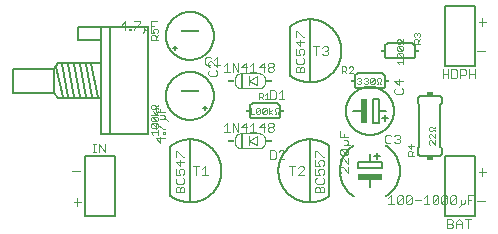
<source format=gto>
G75*
%MOIN*%
%OFA0B0*%
%FSLAX25Y25*%
%IPPOS*%
%LPD*%
%AMOC8*
5,1,8,0,0,1.08239X$1,22.5*
%
%ADD10C,0.00500*%
%ADD11C,0.00300*%
%ADD12C,0.00600*%
%ADD13R,0.06400X0.01000*%
%ADD14R,0.08000X0.02000*%
%ADD15R,0.02000X0.08000*%
%ADD16C,0.00400*%
%ADD17R,0.01000X0.05000*%
%ADD18R,0.02200X0.00800*%
%ADD19R,0.01500X0.01000*%
%ADD20C,0.00200*%
%ADD21R,0.02000X0.01500*%
%ADD22C,0.00800*%
D10*
X0042595Y0021000D02*
X0052595Y0021000D01*
X0052595Y0041000D01*
X0042595Y0041000D01*
X0042595Y0021000D01*
X0071095Y0027752D02*
X0071095Y0044248D01*
X0077595Y0046488D02*
X0077595Y0025512D01*
X0073123Y0045500D02*
X0073388Y0045613D01*
X0073656Y0045719D01*
X0073926Y0045818D01*
X0074199Y0045911D01*
X0074474Y0045997D01*
X0074751Y0046076D01*
X0075029Y0046149D01*
X0075310Y0046214D01*
X0075592Y0046273D01*
X0075875Y0046325D01*
X0076160Y0046370D01*
X0076446Y0046407D01*
X0076732Y0046438D01*
X0077019Y0046462D01*
X0077307Y0046479D01*
X0077595Y0046488D01*
X0073123Y0026500D02*
X0073388Y0026387D01*
X0073656Y0026281D01*
X0073926Y0026182D01*
X0074199Y0026089D01*
X0074474Y0026003D01*
X0074751Y0025924D01*
X0075029Y0025851D01*
X0075310Y0025786D01*
X0075592Y0025727D01*
X0075875Y0025675D01*
X0076160Y0025630D01*
X0076446Y0025593D01*
X0076732Y0025562D01*
X0077019Y0025538D01*
X0077307Y0025521D01*
X0077595Y0025512D01*
X0077827Y0025509D01*
X0078058Y0025511D01*
X0078289Y0025519D01*
X0078520Y0025533D01*
X0078750Y0025552D01*
X0078980Y0025577D01*
X0079209Y0025608D01*
X0079438Y0025644D01*
X0079665Y0025685D01*
X0079892Y0025732D01*
X0080117Y0025785D01*
X0080341Y0025843D01*
X0080563Y0025907D01*
X0080784Y0025976D01*
X0081003Y0026050D01*
X0081220Y0026130D01*
X0081435Y0026215D01*
X0081648Y0026305D01*
X0081859Y0026400D01*
X0082067Y0026500D01*
X0073218Y0026454D02*
X0072993Y0026561D01*
X0072770Y0026673D01*
X0072550Y0026790D01*
X0072333Y0026912D01*
X0072118Y0027040D01*
X0071907Y0027173D01*
X0071699Y0027310D01*
X0071495Y0027453D01*
X0071293Y0027600D01*
X0071096Y0027752D01*
X0082067Y0026500D02*
X0082297Y0026612D01*
X0082524Y0026729D01*
X0082748Y0026851D01*
X0082969Y0026979D01*
X0083186Y0027113D01*
X0083401Y0027251D01*
X0083612Y0027395D01*
X0083819Y0027544D01*
X0084023Y0027698D01*
X0084223Y0027856D01*
X0084419Y0028020D01*
X0084611Y0028188D01*
X0084799Y0028361D01*
X0084983Y0028539D01*
X0085162Y0028720D01*
X0085337Y0028907D01*
X0085507Y0029097D01*
X0085672Y0029291D01*
X0085833Y0029490D01*
X0085989Y0029692D01*
X0086140Y0029898D01*
X0086286Y0030108D01*
X0086426Y0030321D01*
X0086562Y0030537D01*
X0086692Y0030757D01*
X0086817Y0030980D01*
X0086936Y0031205D01*
X0087050Y0031434D01*
X0087158Y0031665D01*
X0087261Y0031899D01*
X0087358Y0032135D01*
X0087449Y0032374D01*
X0087534Y0032614D01*
X0087614Y0032857D01*
X0087687Y0033102D01*
X0087755Y0033348D01*
X0087816Y0033596D01*
X0087871Y0033845D01*
X0087921Y0034095D01*
X0087964Y0034347D01*
X0088001Y0034600D01*
X0088032Y0034853D01*
X0088057Y0035107D01*
X0088076Y0035362D01*
X0088088Y0035617D01*
X0088094Y0035872D01*
X0088094Y0036128D01*
X0088088Y0036383D01*
X0088076Y0036638D01*
X0088057Y0036893D01*
X0088032Y0037147D01*
X0088001Y0037400D01*
X0087964Y0037653D01*
X0087921Y0037905D01*
X0087871Y0038155D01*
X0087816Y0038404D01*
X0087755Y0038652D01*
X0087687Y0038898D01*
X0087614Y0039143D01*
X0087534Y0039386D01*
X0087449Y0039626D01*
X0087358Y0039865D01*
X0087261Y0040101D01*
X0087158Y0040335D01*
X0087050Y0040566D01*
X0086936Y0040795D01*
X0086817Y0041020D01*
X0086692Y0041243D01*
X0086562Y0041463D01*
X0086426Y0041679D01*
X0086286Y0041892D01*
X0086140Y0042102D01*
X0085989Y0042308D01*
X0085833Y0042510D01*
X0085672Y0042709D01*
X0085507Y0042903D01*
X0085337Y0043093D01*
X0085162Y0043280D01*
X0084983Y0043461D01*
X0084799Y0043639D01*
X0084611Y0043812D01*
X0084419Y0043980D01*
X0084223Y0044144D01*
X0084023Y0044302D01*
X0083819Y0044456D01*
X0083612Y0044605D01*
X0083401Y0044749D01*
X0083186Y0044887D01*
X0082969Y0045021D01*
X0082748Y0045149D01*
X0082524Y0045271D01*
X0082297Y0045388D01*
X0082067Y0045500D01*
X0081859Y0045600D01*
X0081648Y0045695D01*
X0081435Y0045785D01*
X0081220Y0045870D01*
X0081003Y0045950D01*
X0080784Y0046024D01*
X0080563Y0046093D01*
X0080341Y0046157D01*
X0080117Y0046215D01*
X0079892Y0046268D01*
X0079665Y0046315D01*
X0079438Y0046356D01*
X0079209Y0046392D01*
X0078980Y0046423D01*
X0078750Y0046448D01*
X0078520Y0046467D01*
X0078289Y0046481D01*
X0078058Y0046489D01*
X0077827Y0046491D01*
X0077595Y0046488D01*
X0073124Y0045502D02*
X0072909Y0045398D01*
X0072696Y0045289D01*
X0072486Y0045175D01*
X0072279Y0045056D01*
X0072074Y0044933D01*
X0071872Y0044805D01*
X0071673Y0044672D01*
X0071478Y0044535D01*
X0071285Y0044394D01*
X0071096Y0044248D01*
X0111095Y0067752D02*
X0111095Y0084248D01*
X0117595Y0086488D02*
X0117595Y0065512D01*
X0113123Y0085500D02*
X0113388Y0085613D01*
X0113656Y0085719D01*
X0113926Y0085818D01*
X0114199Y0085911D01*
X0114474Y0085997D01*
X0114751Y0086076D01*
X0115029Y0086149D01*
X0115310Y0086214D01*
X0115592Y0086273D01*
X0115875Y0086325D01*
X0116160Y0086370D01*
X0116446Y0086407D01*
X0116732Y0086438D01*
X0117019Y0086462D01*
X0117307Y0086479D01*
X0117595Y0086488D01*
X0113123Y0066500D02*
X0113388Y0066387D01*
X0113656Y0066281D01*
X0113926Y0066182D01*
X0114199Y0066089D01*
X0114474Y0066003D01*
X0114751Y0065924D01*
X0115029Y0065851D01*
X0115310Y0065786D01*
X0115592Y0065727D01*
X0115875Y0065675D01*
X0116160Y0065630D01*
X0116446Y0065593D01*
X0116732Y0065562D01*
X0117019Y0065538D01*
X0117307Y0065521D01*
X0117595Y0065512D01*
X0117827Y0065509D01*
X0118058Y0065511D01*
X0118289Y0065519D01*
X0118520Y0065533D01*
X0118750Y0065552D01*
X0118980Y0065577D01*
X0119209Y0065608D01*
X0119438Y0065644D01*
X0119665Y0065685D01*
X0119892Y0065732D01*
X0120117Y0065785D01*
X0120341Y0065843D01*
X0120563Y0065907D01*
X0120784Y0065976D01*
X0121003Y0066050D01*
X0121220Y0066130D01*
X0121435Y0066215D01*
X0121648Y0066305D01*
X0121859Y0066400D01*
X0122067Y0066500D01*
X0132595Y0067500D02*
X0132595Y0064500D01*
X0132597Y0064440D01*
X0132602Y0064379D01*
X0132611Y0064320D01*
X0132624Y0064261D01*
X0132640Y0064202D01*
X0132660Y0064145D01*
X0132683Y0064090D01*
X0132710Y0064035D01*
X0132739Y0063983D01*
X0132772Y0063932D01*
X0132808Y0063883D01*
X0132846Y0063837D01*
X0132888Y0063793D01*
X0132932Y0063751D01*
X0132978Y0063713D01*
X0133027Y0063677D01*
X0133078Y0063644D01*
X0133130Y0063615D01*
X0133185Y0063588D01*
X0133240Y0063565D01*
X0133297Y0063545D01*
X0133356Y0063529D01*
X0133415Y0063516D01*
X0133474Y0063507D01*
X0133535Y0063502D01*
X0133595Y0063500D01*
X0141595Y0063500D01*
X0141655Y0063502D01*
X0141716Y0063507D01*
X0141775Y0063516D01*
X0141834Y0063529D01*
X0141893Y0063545D01*
X0141950Y0063565D01*
X0142005Y0063588D01*
X0142060Y0063615D01*
X0142112Y0063644D01*
X0142163Y0063677D01*
X0142212Y0063713D01*
X0142258Y0063751D01*
X0142302Y0063793D01*
X0142344Y0063837D01*
X0142382Y0063883D01*
X0142418Y0063932D01*
X0142451Y0063983D01*
X0142480Y0064035D01*
X0142507Y0064090D01*
X0142530Y0064145D01*
X0142550Y0064202D01*
X0142566Y0064261D01*
X0142579Y0064320D01*
X0142588Y0064379D01*
X0142593Y0064440D01*
X0142595Y0064500D01*
X0142595Y0067500D01*
X0142593Y0067560D01*
X0142588Y0067621D01*
X0142579Y0067680D01*
X0142566Y0067739D01*
X0142550Y0067798D01*
X0142530Y0067855D01*
X0142507Y0067910D01*
X0142480Y0067965D01*
X0142451Y0068017D01*
X0142418Y0068068D01*
X0142382Y0068117D01*
X0142344Y0068163D01*
X0142302Y0068207D01*
X0142258Y0068249D01*
X0142212Y0068287D01*
X0142163Y0068323D01*
X0142112Y0068356D01*
X0142060Y0068385D01*
X0142005Y0068412D01*
X0141950Y0068435D01*
X0141893Y0068455D01*
X0141834Y0068471D01*
X0141775Y0068484D01*
X0141716Y0068493D01*
X0141655Y0068498D01*
X0141595Y0068500D01*
X0133595Y0068500D01*
X0133535Y0068498D01*
X0133474Y0068493D01*
X0133415Y0068484D01*
X0133356Y0068471D01*
X0133297Y0068455D01*
X0133240Y0068435D01*
X0133185Y0068412D01*
X0133130Y0068385D01*
X0133078Y0068356D01*
X0133027Y0068323D01*
X0132978Y0068287D01*
X0132932Y0068249D01*
X0132888Y0068207D01*
X0132846Y0068163D01*
X0132808Y0068117D01*
X0132772Y0068068D01*
X0132739Y0068017D01*
X0132710Y0067965D01*
X0132683Y0067910D01*
X0132660Y0067855D01*
X0132640Y0067798D01*
X0132624Y0067739D01*
X0132611Y0067680D01*
X0132602Y0067621D01*
X0132597Y0067560D01*
X0132595Y0067500D01*
X0142595Y0074500D02*
X0142595Y0077500D01*
X0142597Y0077560D01*
X0142602Y0077621D01*
X0142611Y0077680D01*
X0142624Y0077739D01*
X0142640Y0077798D01*
X0142660Y0077855D01*
X0142683Y0077910D01*
X0142710Y0077965D01*
X0142739Y0078017D01*
X0142772Y0078068D01*
X0142808Y0078117D01*
X0142846Y0078163D01*
X0142888Y0078207D01*
X0142932Y0078249D01*
X0142978Y0078287D01*
X0143027Y0078323D01*
X0143078Y0078356D01*
X0143130Y0078385D01*
X0143185Y0078412D01*
X0143240Y0078435D01*
X0143297Y0078455D01*
X0143356Y0078471D01*
X0143415Y0078484D01*
X0143474Y0078493D01*
X0143535Y0078498D01*
X0143595Y0078500D01*
X0151595Y0078500D01*
X0151655Y0078498D01*
X0151716Y0078493D01*
X0151775Y0078484D01*
X0151834Y0078471D01*
X0151893Y0078455D01*
X0151950Y0078435D01*
X0152005Y0078412D01*
X0152060Y0078385D01*
X0152112Y0078356D01*
X0152163Y0078323D01*
X0152212Y0078287D01*
X0152258Y0078249D01*
X0152302Y0078207D01*
X0152344Y0078163D01*
X0152382Y0078117D01*
X0152418Y0078068D01*
X0152451Y0078017D01*
X0152480Y0077965D01*
X0152507Y0077910D01*
X0152530Y0077855D01*
X0152550Y0077798D01*
X0152566Y0077739D01*
X0152579Y0077680D01*
X0152588Y0077621D01*
X0152593Y0077560D01*
X0152595Y0077500D01*
X0152595Y0074500D01*
X0152593Y0074440D01*
X0152588Y0074379D01*
X0152579Y0074320D01*
X0152566Y0074261D01*
X0152550Y0074202D01*
X0152530Y0074145D01*
X0152507Y0074090D01*
X0152480Y0074035D01*
X0152451Y0073983D01*
X0152418Y0073932D01*
X0152382Y0073883D01*
X0152344Y0073837D01*
X0152302Y0073793D01*
X0152258Y0073751D01*
X0152212Y0073713D01*
X0152163Y0073677D01*
X0152112Y0073644D01*
X0152060Y0073615D01*
X0152005Y0073588D01*
X0151950Y0073565D01*
X0151893Y0073545D01*
X0151834Y0073529D01*
X0151775Y0073516D01*
X0151716Y0073507D01*
X0151655Y0073502D01*
X0151595Y0073500D01*
X0143595Y0073500D01*
X0143535Y0073502D01*
X0143474Y0073507D01*
X0143415Y0073516D01*
X0143356Y0073529D01*
X0143297Y0073545D01*
X0143240Y0073565D01*
X0143185Y0073588D01*
X0143130Y0073615D01*
X0143078Y0073644D01*
X0143027Y0073677D01*
X0142978Y0073713D01*
X0142932Y0073751D01*
X0142888Y0073793D01*
X0142846Y0073837D01*
X0142808Y0073883D01*
X0142772Y0073932D01*
X0142739Y0073983D01*
X0142710Y0074035D01*
X0142683Y0074090D01*
X0142660Y0074145D01*
X0142640Y0074202D01*
X0142624Y0074261D01*
X0142611Y0074320D01*
X0142602Y0074379D01*
X0142597Y0074440D01*
X0142595Y0074500D01*
X0162595Y0071000D02*
X0172595Y0071000D01*
X0172595Y0091000D01*
X0162595Y0091000D01*
X0162595Y0071000D01*
X0124095Y0044248D02*
X0124095Y0027752D01*
X0117595Y0025512D02*
X0117595Y0046488D01*
X0122067Y0026500D02*
X0121802Y0026387D01*
X0121534Y0026281D01*
X0121264Y0026182D01*
X0120991Y0026089D01*
X0120716Y0026003D01*
X0120439Y0025924D01*
X0120161Y0025851D01*
X0119880Y0025786D01*
X0119598Y0025727D01*
X0119315Y0025675D01*
X0119030Y0025630D01*
X0118744Y0025593D01*
X0118458Y0025562D01*
X0118171Y0025538D01*
X0117883Y0025521D01*
X0117595Y0025512D01*
X0122067Y0045500D02*
X0121802Y0045613D01*
X0121534Y0045719D01*
X0121264Y0045818D01*
X0120991Y0045911D01*
X0120716Y0045997D01*
X0120439Y0046076D01*
X0120161Y0046149D01*
X0119880Y0046214D01*
X0119598Y0046273D01*
X0119315Y0046325D01*
X0119030Y0046370D01*
X0118744Y0046407D01*
X0118458Y0046438D01*
X0118171Y0046462D01*
X0117883Y0046479D01*
X0117595Y0046488D01*
X0117363Y0046491D01*
X0117132Y0046489D01*
X0116901Y0046481D01*
X0116670Y0046467D01*
X0116440Y0046448D01*
X0116210Y0046423D01*
X0115981Y0046392D01*
X0115752Y0046356D01*
X0115525Y0046315D01*
X0115298Y0046268D01*
X0115073Y0046215D01*
X0114849Y0046157D01*
X0114627Y0046093D01*
X0114406Y0046024D01*
X0114187Y0045950D01*
X0113970Y0045870D01*
X0113755Y0045785D01*
X0113542Y0045695D01*
X0113331Y0045600D01*
X0113123Y0045500D01*
X0121973Y0045546D02*
X0122198Y0045439D01*
X0122421Y0045327D01*
X0122641Y0045210D01*
X0122858Y0045088D01*
X0123073Y0044960D01*
X0123284Y0044827D01*
X0123492Y0044690D01*
X0123696Y0044547D01*
X0123898Y0044400D01*
X0124095Y0044248D01*
X0113123Y0045500D02*
X0112893Y0045388D01*
X0112666Y0045271D01*
X0112442Y0045149D01*
X0112221Y0045021D01*
X0112004Y0044887D01*
X0111789Y0044749D01*
X0111578Y0044605D01*
X0111371Y0044456D01*
X0111167Y0044302D01*
X0110967Y0044144D01*
X0110771Y0043980D01*
X0110579Y0043812D01*
X0110391Y0043639D01*
X0110207Y0043461D01*
X0110028Y0043280D01*
X0109853Y0043093D01*
X0109683Y0042903D01*
X0109518Y0042709D01*
X0109357Y0042510D01*
X0109201Y0042308D01*
X0109050Y0042102D01*
X0108904Y0041892D01*
X0108764Y0041679D01*
X0108628Y0041463D01*
X0108498Y0041243D01*
X0108373Y0041020D01*
X0108254Y0040795D01*
X0108140Y0040566D01*
X0108032Y0040335D01*
X0107929Y0040101D01*
X0107832Y0039865D01*
X0107741Y0039626D01*
X0107656Y0039386D01*
X0107576Y0039143D01*
X0107503Y0038898D01*
X0107435Y0038652D01*
X0107374Y0038404D01*
X0107319Y0038155D01*
X0107269Y0037905D01*
X0107226Y0037653D01*
X0107189Y0037400D01*
X0107158Y0037147D01*
X0107133Y0036893D01*
X0107114Y0036638D01*
X0107102Y0036383D01*
X0107096Y0036128D01*
X0107096Y0035872D01*
X0107102Y0035617D01*
X0107114Y0035362D01*
X0107133Y0035107D01*
X0107158Y0034853D01*
X0107189Y0034600D01*
X0107226Y0034347D01*
X0107269Y0034095D01*
X0107319Y0033845D01*
X0107374Y0033596D01*
X0107435Y0033348D01*
X0107503Y0033102D01*
X0107576Y0032857D01*
X0107656Y0032614D01*
X0107741Y0032374D01*
X0107832Y0032135D01*
X0107929Y0031899D01*
X0108032Y0031665D01*
X0108140Y0031434D01*
X0108254Y0031205D01*
X0108373Y0030980D01*
X0108498Y0030757D01*
X0108628Y0030537D01*
X0108764Y0030321D01*
X0108904Y0030108D01*
X0109050Y0029898D01*
X0109201Y0029692D01*
X0109357Y0029490D01*
X0109518Y0029291D01*
X0109683Y0029097D01*
X0109853Y0028907D01*
X0110028Y0028720D01*
X0110207Y0028539D01*
X0110391Y0028361D01*
X0110579Y0028188D01*
X0110771Y0028020D01*
X0110967Y0027856D01*
X0111167Y0027698D01*
X0111371Y0027544D01*
X0111578Y0027395D01*
X0111789Y0027251D01*
X0112004Y0027113D01*
X0112221Y0026979D01*
X0112442Y0026851D01*
X0112666Y0026729D01*
X0112893Y0026612D01*
X0113123Y0026500D01*
X0113331Y0026400D01*
X0113542Y0026305D01*
X0113755Y0026215D01*
X0113970Y0026130D01*
X0114187Y0026050D01*
X0114406Y0025976D01*
X0114627Y0025907D01*
X0114849Y0025843D01*
X0115073Y0025785D01*
X0115298Y0025732D01*
X0115525Y0025685D01*
X0115752Y0025644D01*
X0115981Y0025608D01*
X0116210Y0025577D01*
X0116440Y0025552D01*
X0116670Y0025533D01*
X0116901Y0025519D01*
X0117132Y0025511D01*
X0117363Y0025509D01*
X0117595Y0025512D01*
X0122067Y0026498D02*
X0122282Y0026602D01*
X0122495Y0026711D01*
X0122705Y0026825D01*
X0122912Y0026944D01*
X0123117Y0027067D01*
X0123319Y0027195D01*
X0123518Y0027328D01*
X0123713Y0027465D01*
X0123906Y0027606D01*
X0124095Y0027752D01*
X0162595Y0021000D02*
X0172595Y0021000D01*
X0172595Y0041000D01*
X0162595Y0041000D01*
X0162595Y0021000D01*
X0113218Y0066454D02*
X0112993Y0066561D01*
X0112770Y0066673D01*
X0112550Y0066790D01*
X0112333Y0066912D01*
X0112118Y0067040D01*
X0111907Y0067173D01*
X0111699Y0067310D01*
X0111495Y0067453D01*
X0111293Y0067600D01*
X0111096Y0067752D01*
X0122067Y0066500D02*
X0122297Y0066612D01*
X0122524Y0066729D01*
X0122748Y0066851D01*
X0122969Y0066979D01*
X0123186Y0067113D01*
X0123401Y0067251D01*
X0123612Y0067395D01*
X0123819Y0067544D01*
X0124023Y0067698D01*
X0124223Y0067856D01*
X0124419Y0068020D01*
X0124611Y0068188D01*
X0124799Y0068361D01*
X0124983Y0068539D01*
X0125162Y0068720D01*
X0125337Y0068907D01*
X0125507Y0069097D01*
X0125672Y0069291D01*
X0125833Y0069490D01*
X0125989Y0069692D01*
X0126140Y0069898D01*
X0126286Y0070108D01*
X0126426Y0070321D01*
X0126562Y0070537D01*
X0126692Y0070757D01*
X0126817Y0070980D01*
X0126936Y0071205D01*
X0127050Y0071434D01*
X0127158Y0071665D01*
X0127261Y0071899D01*
X0127358Y0072135D01*
X0127449Y0072374D01*
X0127534Y0072614D01*
X0127614Y0072857D01*
X0127687Y0073102D01*
X0127755Y0073348D01*
X0127816Y0073596D01*
X0127871Y0073845D01*
X0127921Y0074095D01*
X0127964Y0074347D01*
X0128001Y0074600D01*
X0128032Y0074853D01*
X0128057Y0075107D01*
X0128076Y0075362D01*
X0128088Y0075617D01*
X0128094Y0075872D01*
X0128094Y0076128D01*
X0128088Y0076383D01*
X0128076Y0076638D01*
X0128057Y0076893D01*
X0128032Y0077147D01*
X0128001Y0077400D01*
X0127964Y0077653D01*
X0127921Y0077905D01*
X0127871Y0078155D01*
X0127816Y0078404D01*
X0127755Y0078652D01*
X0127687Y0078898D01*
X0127614Y0079143D01*
X0127534Y0079386D01*
X0127449Y0079626D01*
X0127358Y0079865D01*
X0127261Y0080101D01*
X0127158Y0080335D01*
X0127050Y0080566D01*
X0126936Y0080795D01*
X0126817Y0081020D01*
X0126692Y0081243D01*
X0126562Y0081463D01*
X0126426Y0081679D01*
X0126286Y0081892D01*
X0126140Y0082102D01*
X0125989Y0082308D01*
X0125833Y0082510D01*
X0125672Y0082709D01*
X0125507Y0082903D01*
X0125337Y0083093D01*
X0125162Y0083280D01*
X0124983Y0083461D01*
X0124799Y0083639D01*
X0124611Y0083812D01*
X0124419Y0083980D01*
X0124223Y0084144D01*
X0124023Y0084302D01*
X0123819Y0084456D01*
X0123612Y0084605D01*
X0123401Y0084749D01*
X0123186Y0084887D01*
X0122969Y0085021D01*
X0122748Y0085149D01*
X0122524Y0085271D01*
X0122297Y0085388D01*
X0122067Y0085500D01*
X0121859Y0085600D01*
X0121648Y0085695D01*
X0121435Y0085785D01*
X0121220Y0085870D01*
X0121003Y0085950D01*
X0120784Y0086024D01*
X0120563Y0086093D01*
X0120341Y0086157D01*
X0120117Y0086215D01*
X0119892Y0086268D01*
X0119665Y0086315D01*
X0119438Y0086356D01*
X0119209Y0086392D01*
X0118980Y0086423D01*
X0118750Y0086448D01*
X0118520Y0086467D01*
X0118289Y0086481D01*
X0118058Y0086489D01*
X0117827Y0086491D01*
X0117595Y0086488D01*
X0113124Y0085502D02*
X0112909Y0085398D01*
X0112696Y0085289D01*
X0112486Y0085175D01*
X0112279Y0085056D01*
X0112074Y0084933D01*
X0111872Y0084805D01*
X0111673Y0084672D01*
X0111478Y0084535D01*
X0111285Y0084394D01*
X0111096Y0084248D01*
D11*
X0041328Y0025543D02*
X0038859Y0025543D01*
X0040094Y0026777D02*
X0040094Y0024308D01*
X0040872Y0036002D02*
X0038404Y0036002D01*
X0045290Y0042150D02*
X0046257Y0042150D01*
X0045773Y0042150D02*
X0045773Y0045052D01*
X0045290Y0045052D02*
X0046257Y0045052D01*
X0047254Y0045052D02*
X0049189Y0042150D01*
X0049189Y0045052D01*
X0047254Y0045052D02*
X0047254Y0042150D01*
X0066293Y0046842D02*
X0067744Y0045391D01*
X0067744Y0047326D01*
X0068711Y0048337D02*
X0068711Y0048821D01*
X0069195Y0048821D01*
X0069195Y0048337D01*
X0068711Y0048337D01*
X0068711Y0049810D02*
X0069195Y0049810D01*
X0068711Y0049810D02*
X0066776Y0051745D01*
X0066293Y0051745D01*
X0066293Y0049810D01*
X0066293Y0046842D02*
X0069195Y0046842D01*
X0072893Y0042505D02*
X0073376Y0042505D01*
X0075311Y0040570D01*
X0075795Y0040570D01*
X0075795Y0039074D02*
X0072893Y0039074D01*
X0074344Y0037623D01*
X0074344Y0039558D01*
X0072893Y0040570D02*
X0072893Y0042505D01*
X0078799Y0037452D02*
X0080734Y0037452D01*
X0079766Y0037452D02*
X0079766Y0034550D01*
X0081745Y0034550D02*
X0083680Y0034550D01*
X0082713Y0034550D02*
X0082713Y0037452D01*
X0081745Y0036485D01*
X0075795Y0036128D02*
X0075795Y0035160D01*
X0075311Y0034677D01*
X0074344Y0034677D02*
X0073860Y0035644D01*
X0073860Y0036128D01*
X0074344Y0036612D01*
X0075311Y0036612D01*
X0075795Y0036128D01*
X0074344Y0034677D02*
X0072893Y0034677D01*
X0072893Y0036612D01*
X0073376Y0033665D02*
X0072893Y0033181D01*
X0072893Y0032214D01*
X0073376Y0031730D01*
X0075311Y0031730D01*
X0075795Y0032214D01*
X0075795Y0033181D01*
X0075311Y0033665D01*
X0075311Y0030719D02*
X0075795Y0030235D01*
X0075795Y0028784D01*
X0072893Y0028784D01*
X0072893Y0030235D01*
X0073376Y0030719D01*
X0073860Y0030719D01*
X0074344Y0030235D01*
X0074344Y0028784D01*
X0074344Y0030235D02*
X0074828Y0030719D01*
X0075311Y0030719D01*
X0097345Y0044500D02*
X0097345Y0046000D01*
X0097345Y0047500D01*
X0097345Y0046000D02*
X0100095Y0047500D01*
X0100095Y0044500D01*
X0097345Y0046000D01*
X0097745Y0049025D02*
X0099680Y0049025D01*
X0098713Y0049025D02*
X0098713Y0051927D01*
X0097745Y0050960D01*
X0096734Y0050476D02*
X0094799Y0050476D01*
X0096250Y0051927D01*
X0096250Y0049025D01*
X0093787Y0049025D02*
X0093787Y0051927D01*
X0091852Y0051927D02*
X0093787Y0049025D01*
X0091852Y0049025D02*
X0091852Y0051927D01*
X0089873Y0051927D02*
X0089873Y0049025D01*
X0088906Y0049025D02*
X0090841Y0049025D01*
X0088906Y0050960D02*
X0089873Y0051927D01*
X0100692Y0050476D02*
X0102627Y0050476D01*
X0103638Y0049992D02*
X0104122Y0050476D01*
X0105089Y0050476D01*
X0105573Y0049992D01*
X0105573Y0049509D01*
X0105089Y0049025D01*
X0104122Y0049025D01*
X0103638Y0049509D01*
X0103638Y0049992D01*
X0104122Y0050476D02*
X0103638Y0050960D01*
X0103638Y0051444D01*
X0104122Y0051927D01*
X0105089Y0051927D01*
X0105573Y0051444D01*
X0105573Y0050960D01*
X0105089Y0050476D01*
X0102143Y0049025D02*
X0102143Y0051927D01*
X0100692Y0050476D01*
X0104245Y0042852D02*
X0105696Y0042852D01*
X0106180Y0042369D01*
X0106180Y0040434D01*
X0105696Y0039950D01*
X0104245Y0039950D01*
X0104245Y0042852D01*
X0107192Y0042369D02*
X0107675Y0042852D01*
X0108643Y0042852D01*
X0109127Y0042369D01*
X0109127Y0041885D01*
X0107192Y0039950D01*
X0109127Y0039950D01*
X0110799Y0037452D02*
X0112734Y0037452D01*
X0111766Y0037452D02*
X0111766Y0034550D01*
X0113745Y0034550D02*
X0115680Y0036485D01*
X0115680Y0036969D01*
X0115196Y0037452D01*
X0114229Y0037452D01*
X0113745Y0036969D01*
X0113745Y0034550D02*
X0115680Y0034550D01*
X0119393Y0034677D02*
X0119393Y0036612D01*
X0119393Y0037623D02*
X0120844Y0037623D01*
X0120360Y0038591D01*
X0120360Y0039074D01*
X0120844Y0039558D01*
X0121811Y0039558D01*
X0122295Y0039074D01*
X0122295Y0038107D01*
X0121811Y0037623D01*
X0121811Y0036612D02*
X0120844Y0036612D01*
X0120360Y0036128D01*
X0120360Y0035644D01*
X0120844Y0034677D01*
X0119393Y0034677D01*
X0119876Y0033665D02*
X0119393Y0033181D01*
X0119393Y0032214D01*
X0119876Y0031730D01*
X0121811Y0031730D01*
X0122295Y0032214D01*
X0122295Y0033181D01*
X0121811Y0033665D01*
X0121811Y0034677D02*
X0122295Y0035160D01*
X0122295Y0036128D01*
X0121811Y0036612D01*
X0119393Y0037623D02*
X0119393Y0039558D01*
X0119393Y0040570D02*
X0119393Y0042505D01*
X0119876Y0042505D01*
X0121811Y0040570D01*
X0122295Y0040570D01*
X0127543Y0039815D02*
X0127543Y0038848D01*
X0128026Y0038364D01*
X0128026Y0037352D02*
X0127543Y0036869D01*
X0127543Y0035901D01*
X0128026Y0035417D01*
X0128026Y0037352D02*
X0128510Y0037352D01*
X0130445Y0035417D01*
X0130445Y0037352D01*
X0130445Y0038364D02*
X0128510Y0040299D01*
X0128026Y0040299D01*
X0127543Y0039815D01*
X0128026Y0041310D02*
X0127543Y0041794D01*
X0127543Y0042762D01*
X0128026Y0043245D01*
X0129961Y0041310D01*
X0130445Y0041794D01*
X0130445Y0042762D01*
X0129961Y0043245D01*
X0128026Y0043245D01*
X0128994Y0044741D02*
X0129961Y0044741D01*
X0130929Y0044741D01*
X0131413Y0044257D01*
X0130445Y0045224D02*
X0130445Y0045708D01*
X0129961Y0046192D01*
X0128994Y0046192D01*
X0128994Y0047203D02*
X0128994Y0048171D01*
X0130445Y0047203D02*
X0127543Y0047203D01*
X0127543Y0049138D01*
X0130445Y0045224D02*
X0129961Y0044741D01*
X0129961Y0041310D02*
X0128026Y0041310D01*
X0130445Y0040299D02*
X0130445Y0038364D01*
X0122295Y0030235D02*
X0122295Y0028784D01*
X0119393Y0028784D01*
X0119393Y0030235D01*
X0119876Y0030719D01*
X0120360Y0030719D01*
X0120844Y0030235D01*
X0120844Y0028784D01*
X0120844Y0030235D02*
X0121328Y0030719D01*
X0121811Y0030719D01*
X0122295Y0030235D01*
X0142745Y0045634D02*
X0143229Y0045150D01*
X0144196Y0045150D01*
X0144680Y0045634D01*
X0145692Y0045634D02*
X0146175Y0045150D01*
X0147143Y0045150D01*
X0147627Y0045634D01*
X0147627Y0046117D01*
X0147143Y0046601D01*
X0146659Y0046601D01*
X0147143Y0046601D02*
X0147627Y0047085D01*
X0147627Y0047569D01*
X0147143Y0048052D01*
X0146175Y0048052D01*
X0145692Y0047569D01*
X0144680Y0047569D02*
X0144196Y0048052D01*
X0143229Y0048052D01*
X0142745Y0047569D01*
X0142745Y0045634D01*
X0146226Y0061650D02*
X0148161Y0061650D01*
X0148645Y0062134D01*
X0148645Y0063101D01*
X0148161Y0063585D01*
X0147194Y0064597D02*
X0147194Y0066531D01*
X0148645Y0066048D02*
X0145743Y0066048D01*
X0147194Y0064597D01*
X0146226Y0063585D02*
X0145743Y0063101D01*
X0145743Y0062134D01*
X0146226Y0061650D01*
X0161852Y0066950D02*
X0161852Y0069852D01*
X0161852Y0068401D02*
X0163787Y0068401D01*
X0163787Y0069852D02*
X0163787Y0066950D01*
X0164799Y0066950D02*
X0166250Y0066950D01*
X0166734Y0067434D01*
X0166734Y0069369D01*
X0166250Y0069852D01*
X0164799Y0069852D01*
X0164799Y0066950D01*
X0167745Y0066950D02*
X0167745Y0069852D01*
X0169196Y0069852D01*
X0169680Y0069369D01*
X0169680Y0068401D01*
X0169196Y0067917D01*
X0167745Y0067917D01*
X0170692Y0068401D02*
X0172627Y0068401D01*
X0172627Y0069852D02*
X0172627Y0066950D01*
X0170692Y0066950D02*
X0170692Y0069852D01*
X0173404Y0076002D02*
X0175872Y0076002D01*
X0175094Y0084308D02*
X0175094Y0086777D01*
X0173859Y0085543D02*
X0176328Y0085543D01*
X0123680Y0076969D02*
X0123680Y0076485D01*
X0123196Y0076001D01*
X0123680Y0075517D01*
X0123680Y0075034D01*
X0123196Y0074550D01*
X0122229Y0074550D01*
X0121745Y0075034D01*
X0122713Y0076001D02*
X0123196Y0076001D01*
X0123680Y0076969D02*
X0123196Y0077452D01*
X0122229Y0077452D01*
X0121745Y0076969D01*
X0120734Y0077452D02*
X0118799Y0077452D01*
X0119766Y0077452D02*
X0119766Y0074550D01*
X0115795Y0075160D02*
X0115311Y0074677D01*
X0115795Y0075160D02*
X0115795Y0076128D01*
X0115311Y0076612D01*
X0114344Y0076612D01*
X0113860Y0076128D01*
X0113860Y0075644D01*
X0114344Y0074677D01*
X0112893Y0074677D01*
X0112893Y0076612D01*
X0114344Y0077623D02*
X0114344Y0079558D01*
X0115311Y0080570D02*
X0115795Y0080570D01*
X0115311Y0080570D02*
X0113376Y0082505D01*
X0112893Y0082505D01*
X0112893Y0080570D01*
X0112893Y0079074D02*
X0114344Y0077623D01*
X0115795Y0079074D02*
X0112893Y0079074D01*
X0113376Y0073665D02*
X0112893Y0073181D01*
X0112893Y0072214D01*
X0113376Y0071730D01*
X0115311Y0071730D01*
X0115795Y0072214D01*
X0115795Y0073181D01*
X0115311Y0073665D01*
X0115311Y0070719D02*
X0114828Y0070719D01*
X0114344Y0070235D01*
X0114344Y0068784D01*
X0114344Y0070235D02*
X0113860Y0070719D01*
X0113376Y0070719D01*
X0112893Y0070235D01*
X0112893Y0068784D01*
X0115795Y0068784D01*
X0115795Y0070235D01*
X0115311Y0070719D01*
X0108159Y0062852D02*
X0108159Y0059950D01*
X0107192Y0059950D02*
X0109127Y0059950D01*
X0106180Y0060434D02*
X0106180Y0062369D01*
X0105696Y0062852D01*
X0104245Y0062852D01*
X0104245Y0059950D01*
X0105696Y0059950D01*
X0106180Y0060434D01*
X0107192Y0061885D02*
X0108159Y0062852D01*
X0105089Y0069025D02*
X0104122Y0069025D01*
X0103638Y0069509D01*
X0103638Y0069992D01*
X0104122Y0070476D01*
X0105089Y0070476D01*
X0105573Y0069992D01*
X0105573Y0069509D01*
X0105089Y0069025D01*
X0105089Y0070476D02*
X0105573Y0070960D01*
X0105573Y0071444D01*
X0105089Y0071927D01*
X0104122Y0071927D01*
X0103638Y0071444D01*
X0103638Y0070960D01*
X0104122Y0070476D01*
X0102627Y0070476D02*
X0100692Y0070476D01*
X0102143Y0071927D01*
X0102143Y0069025D01*
X0100095Y0067500D02*
X0097345Y0066000D01*
X0097345Y0064500D01*
X0097345Y0066000D02*
X0097345Y0067500D01*
X0097345Y0066000D02*
X0100095Y0064500D01*
X0100095Y0067500D01*
X0099680Y0069025D02*
X0097745Y0069025D01*
X0098713Y0069025D02*
X0098713Y0071927D01*
X0097745Y0070960D01*
X0096734Y0070476D02*
X0094799Y0070476D01*
X0096250Y0071927D01*
X0096250Y0069025D01*
X0093787Y0069025D02*
X0093787Y0071927D01*
X0091852Y0071927D02*
X0093787Y0069025D01*
X0091852Y0069025D02*
X0091852Y0071927D01*
X0089873Y0071927D02*
X0089873Y0069025D01*
X0088906Y0069025D02*
X0090841Y0069025D01*
X0088906Y0070960D02*
X0089873Y0071927D01*
X0087627Y0071150D02*
X0085692Y0071150D01*
X0086659Y0071150D02*
X0086659Y0074052D01*
X0085692Y0073085D01*
X0086645Y0072531D02*
X0086645Y0070597D01*
X0084710Y0072531D01*
X0084226Y0072531D01*
X0083743Y0072048D01*
X0083743Y0071080D01*
X0084226Y0070597D01*
X0084196Y0071150D02*
X0084680Y0071634D01*
X0084196Y0071150D02*
X0083229Y0071150D01*
X0082745Y0071634D01*
X0082745Y0073569D01*
X0083229Y0074052D01*
X0084196Y0074052D01*
X0084680Y0073569D01*
X0084226Y0069585D02*
X0083743Y0069101D01*
X0083743Y0068134D01*
X0084226Y0067650D01*
X0086161Y0067650D01*
X0086645Y0068134D01*
X0086645Y0069101D01*
X0086161Y0069585D01*
X0067744Y0056671D02*
X0067744Y0055703D01*
X0067744Y0054692D02*
X0068711Y0054692D01*
X0069195Y0054208D01*
X0069195Y0053724D01*
X0068711Y0053241D01*
X0069679Y0053241D01*
X0070163Y0052757D01*
X0068711Y0053241D02*
X0067744Y0053241D01*
X0069195Y0055703D02*
X0066293Y0055703D01*
X0066293Y0057638D01*
X0061852Y0081983D02*
X0062336Y0082466D01*
X0062336Y0083434D01*
X0062820Y0082950D01*
X0063303Y0082950D01*
X0063787Y0083434D01*
X0063787Y0084401D01*
X0064799Y0084401D02*
X0065766Y0084401D01*
X0064799Y0082950D02*
X0064799Y0085852D01*
X0066734Y0085852D01*
X0062336Y0084401D02*
X0062336Y0083434D01*
X0060841Y0085369D02*
X0058906Y0083434D01*
X0058906Y0082950D01*
X0057916Y0082950D02*
X0057432Y0082950D01*
X0057432Y0083434D01*
X0057916Y0083434D01*
X0057916Y0082950D01*
X0055937Y0082950D02*
X0055937Y0085852D01*
X0054486Y0084401D01*
X0056421Y0084401D01*
X0058906Y0085852D02*
X0060841Y0085852D01*
X0060841Y0085369D01*
X0143745Y0026885D02*
X0144713Y0027852D01*
X0144713Y0024950D01*
X0145680Y0024950D02*
X0143745Y0024950D01*
X0146692Y0025434D02*
X0148627Y0027369D01*
X0148627Y0025434D01*
X0148143Y0024950D01*
X0147175Y0024950D01*
X0146692Y0025434D01*
X0146692Y0027369D01*
X0147175Y0027852D01*
X0148143Y0027852D01*
X0148627Y0027369D01*
X0149638Y0027369D02*
X0149638Y0025434D01*
X0151573Y0027369D01*
X0151573Y0025434D01*
X0151089Y0024950D01*
X0150122Y0024950D01*
X0149638Y0025434D01*
X0149638Y0027369D02*
X0150122Y0027852D01*
X0151089Y0027852D01*
X0151573Y0027369D01*
X0152585Y0026401D02*
X0154520Y0026401D01*
X0155531Y0026885D02*
X0156499Y0027852D01*
X0156499Y0024950D01*
X0157466Y0024950D02*
X0155531Y0024950D01*
X0158478Y0025434D02*
X0160413Y0027369D01*
X0160413Y0025434D01*
X0159929Y0024950D01*
X0158961Y0024950D01*
X0158478Y0025434D01*
X0158478Y0027369D01*
X0158961Y0027852D01*
X0159929Y0027852D01*
X0160413Y0027369D01*
X0161424Y0027369D02*
X0161424Y0025434D01*
X0163359Y0027369D01*
X0163359Y0025434D01*
X0162875Y0024950D01*
X0161908Y0024950D01*
X0161424Y0025434D01*
X0161424Y0027369D02*
X0161908Y0027852D01*
X0162875Y0027852D01*
X0163359Y0027369D01*
X0164371Y0027369D02*
X0164371Y0025434D01*
X0166306Y0027369D01*
X0166306Y0025434D01*
X0165822Y0024950D01*
X0164855Y0024950D01*
X0164371Y0025434D01*
X0164371Y0027369D02*
X0164855Y0027852D01*
X0165822Y0027852D01*
X0166306Y0027369D01*
X0167801Y0026401D02*
X0167801Y0025434D01*
X0167801Y0024466D01*
X0167317Y0023983D01*
X0168285Y0024950D02*
X0168769Y0024950D01*
X0169252Y0025434D01*
X0169252Y0026401D01*
X0170264Y0026401D02*
X0171231Y0026401D01*
X0170264Y0024950D02*
X0170264Y0027852D01*
X0172199Y0027852D01*
X0173404Y0026002D02*
X0175872Y0026002D01*
X0168285Y0024950D02*
X0167801Y0025434D01*
X0167239Y0019852D02*
X0168207Y0018885D01*
X0168207Y0016950D01*
X0168207Y0018401D02*
X0166272Y0018401D01*
X0166272Y0018885D02*
X0166272Y0016950D01*
X0165260Y0017434D02*
X0164777Y0016950D01*
X0163325Y0016950D01*
X0163325Y0019852D01*
X0164777Y0019852D01*
X0165260Y0019369D01*
X0165260Y0018885D01*
X0164777Y0018401D01*
X0163325Y0018401D01*
X0164777Y0018401D02*
X0165260Y0017917D01*
X0165260Y0017434D01*
X0166272Y0018885D02*
X0167239Y0019852D01*
X0169218Y0019852D02*
X0171153Y0019852D01*
X0170186Y0019852D02*
X0170186Y0016950D01*
X0175094Y0034308D02*
X0175094Y0036777D01*
X0173859Y0035543D02*
X0176328Y0035543D01*
D12*
X0161595Y0042000D02*
X0161595Y0043500D01*
X0161095Y0044000D01*
X0161095Y0058000D01*
X0161595Y0058500D01*
X0161595Y0060000D01*
X0161593Y0060060D01*
X0161588Y0060121D01*
X0161579Y0060180D01*
X0161566Y0060239D01*
X0161550Y0060298D01*
X0161530Y0060355D01*
X0161507Y0060410D01*
X0161480Y0060465D01*
X0161451Y0060517D01*
X0161418Y0060568D01*
X0161382Y0060617D01*
X0161344Y0060663D01*
X0161302Y0060707D01*
X0161258Y0060749D01*
X0161212Y0060787D01*
X0161163Y0060823D01*
X0161112Y0060856D01*
X0161060Y0060885D01*
X0161005Y0060912D01*
X0160950Y0060935D01*
X0160893Y0060955D01*
X0160834Y0060971D01*
X0160775Y0060984D01*
X0160716Y0060993D01*
X0160655Y0060998D01*
X0160595Y0061000D01*
X0154595Y0061000D01*
X0154535Y0060998D01*
X0154474Y0060993D01*
X0154415Y0060984D01*
X0154356Y0060971D01*
X0154297Y0060955D01*
X0154240Y0060935D01*
X0154185Y0060912D01*
X0154130Y0060885D01*
X0154078Y0060856D01*
X0154027Y0060823D01*
X0153978Y0060787D01*
X0153932Y0060749D01*
X0153888Y0060707D01*
X0153846Y0060663D01*
X0153808Y0060617D01*
X0153772Y0060568D01*
X0153739Y0060517D01*
X0153710Y0060465D01*
X0153683Y0060410D01*
X0153660Y0060355D01*
X0153640Y0060298D01*
X0153624Y0060239D01*
X0153611Y0060180D01*
X0153602Y0060121D01*
X0153597Y0060060D01*
X0153595Y0060000D01*
X0153595Y0058500D01*
X0154095Y0058000D01*
X0154095Y0044000D01*
X0153595Y0043500D01*
X0153595Y0042000D01*
X0153597Y0041940D01*
X0153602Y0041879D01*
X0153611Y0041820D01*
X0153624Y0041761D01*
X0153640Y0041702D01*
X0153660Y0041645D01*
X0153683Y0041590D01*
X0153710Y0041535D01*
X0153739Y0041483D01*
X0153772Y0041432D01*
X0153808Y0041383D01*
X0153846Y0041337D01*
X0153888Y0041293D01*
X0153932Y0041251D01*
X0153978Y0041213D01*
X0154027Y0041177D01*
X0154078Y0041144D01*
X0154130Y0041115D01*
X0154185Y0041088D01*
X0154240Y0041065D01*
X0154297Y0041045D01*
X0154356Y0041029D01*
X0154415Y0041016D01*
X0154474Y0041007D01*
X0154535Y0041002D01*
X0154595Y0041000D01*
X0160595Y0041000D01*
X0160655Y0041002D01*
X0160716Y0041007D01*
X0160775Y0041016D01*
X0160834Y0041029D01*
X0160893Y0041045D01*
X0160950Y0041065D01*
X0161005Y0041088D01*
X0161060Y0041115D01*
X0161112Y0041144D01*
X0161163Y0041177D01*
X0161212Y0041213D01*
X0161258Y0041251D01*
X0161302Y0041293D01*
X0161344Y0041337D01*
X0161382Y0041383D01*
X0161418Y0041432D01*
X0161451Y0041483D01*
X0161480Y0041535D01*
X0161507Y0041590D01*
X0161530Y0041645D01*
X0161550Y0041702D01*
X0161566Y0041761D01*
X0161579Y0041820D01*
X0161588Y0041879D01*
X0161593Y0041940D01*
X0161595Y0042000D01*
X0161593Y0041940D01*
X0161588Y0041879D01*
X0161579Y0041820D01*
X0161566Y0041761D01*
X0161550Y0041702D01*
X0161530Y0041645D01*
X0161507Y0041590D01*
X0161480Y0041535D01*
X0161451Y0041483D01*
X0161418Y0041432D01*
X0161382Y0041383D01*
X0161344Y0041337D01*
X0161302Y0041293D01*
X0161258Y0041251D01*
X0161212Y0041213D01*
X0161163Y0041177D01*
X0161112Y0041144D01*
X0161060Y0041115D01*
X0161005Y0041088D01*
X0160950Y0041065D01*
X0160893Y0041045D01*
X0160834Y0041029D01*
X0160775Y0041016D01*
X0160716Y0041007D01*
X0160655Y0041002D01*
X0160595Y0041000D01*
X0154595Y0041000D02*
X0154535Y0041002D01*
X0154474Y0041007D01*
X0154415Y0041016D01*
X0154356Y0041029D01*
X0154297Y0041045D01*
X0154240Y0041065D01*
X0154185Y0041088D01*
X0154130Y0041115D01*
X0154078Y0041144D01*
X0154027Y0041177D01*
X0153978Y0041213D01*
X0153932Y0041251D01*
X0153888Y0041293D01*
X0153846Y0041337D01*
X0153808Y0041383D01*
X0153772Y0041432D01*
X0153739Y0041483D01*
X0153710Y0041535D01*
X0153683Y0041590D01*
X0153660Y0041645D01*
X0153640Y0041702D01*
X0153624Y0041761D01*
X0153611Y0041820D01*
X0153602Y0041879D01*
X0153597Y0041940D01*
X0153595Y0042000D01*
X0141595Y0039000D02*
X0141595Y0037000D01*
X0133595Y0037000D01*
X0133595Y0039000D01*
X0137595Y0039000D01*
X0141595Y0039000D01*
X0140095Y0040000D02*
X0140095Y0042000D01*
X0139095Y0041000D02*
X0141095Y0041000D01*
X0137595Y0041500D02*
X0137595Y0039000D01*
X0132307Y0044487D02*
X0132101Y0044356D01*
X0131899Y0044219D01*
X0131700Y0044077D01*
X0131504Y0043931D01*
X0131312Y0043780D01*
X0131124Y0043624D01*
X0130940Y0043464D01*
X0130760Y0043299D01*
X0130583Y0043130D01*
X0130411Y0042957D01*
X0130244Y0042779D01*
X0130080Y0042598D01*
X0129921Y0042412D01*
X0129767Y0042223D01*
X0129617Y0042030D01*
X0129473Y0041833D01*
X0129332Y0041633D01*
X0129197Y0041430D01*
X0129067Y0041223D01*
X0128942Y0041013D01*
X0128822Y0040800D01*
X0128708Y0040585D01*
X0128599Y0040366D01*
X0128495Y0040145D01*
X0128396Y0039922D01*
X0128303Y0039696D01*
X0128216Y0039468D01*
X0128134Y0039238D01*
X0128057Y0039006D01*
X0127987Y0038772D01*
X0127922Y0038536D01*
X0127863Y0038299D01*
X0127810Y0038061D01*
X0127762Y0037822D01*
X0127721Y0037581D01*
X0127685Y0037339D01*
X0127655Y0037097D01*
X0127632Y0036854D01*
X0127614Y0036610D01*
X0127602Y0036366D01*
X0127596Y0036122D01*
X0127596Y0035878D01*
X0127602Y0035634D01*
X0127614Y0035390D01*
X0127632Y0035146D01*
X0127655Y0034903D01*
X0127685Y0034661D01*
X0127721Y0034419D01*
X0127762Y0034178D01*
X0127810Y0033939D01*
X0127863Y0033701D01*
X0127922Y0033464D01*
X0127987Y0033228D01*
X0128057Y0032994D01*
X0128134Y0032762D01*
X0128216Y0032532D01*
X0128303Y0032304D01*
X0128396Y0032078D01*
X0128495Y0031855D01*
X0128599Y0031634D01*
X0128708Y0031415D01*
X0128822Y0031200D01*
X0128942Y0030987D01*
X0129067Y0030777D01*
X0129197Y0030570D01*
X0129332Y0030367D01*
X0129473Y0030167D01*
X0129617Y0029970D01*
X0129767Y0029777D01*
X0129921Y0029588D01*
X0130080Y0029402D01*
X0130244Y0029221D01*
X0130411Y0029043D01*
X0130583Y0028870D01*
X0130760Y0028701D01*
X0130940Y0028536D01*
X0131124Y0028376D01*
X0131312Y0028220D01*
X0131504Y0028069D01*
X0131700Y0027923D01*
X0131899Y0027781D01*
X0132101Y0027644D01*
X0132307Y0027513D01*
X0137595Y0030500D02*
X0137595Y0033500D01*
X0142883Y0027513D02*
X0143089Y0027644D01*
X0143291Y0027781D01*
X0143490Y0027923D01*
X0143686Y0028069D01*
X0143878Y0028220D01*
X0144066Y0028376D01*
X0144250Y0028536D01*
X0144430Y0028701D01*
X0144607Y0028870D01*
X0144779Y0029043D01*
X0144946Y0029221D01*
X0145110Y0029402D01*
X0145269Y0029588D01*
X0145423Y0029777D01*
X0145573Y0029970D01*
X0145717Y0030167D01*
X0145858Y0030367D01*
X0145993Y0030570D01*
X0146123Y0030777D01*
X0146248Y0030987D01*
X0146368Y0031200D01*
X0146482Y0031415D01*
X0146591Y0031634D01*
X0146695Y0031855D01*
X0146794Y0032078D01*
X0146887Y0032304D01*
X0146974Y0032532D01*
X0147056Y0032762D01*
X0147133Y0032994D01*
X0147203Y0033228D01*
X0147268Y0033464D01*
X0147327Y0033701D01*
X0147380Y0033939D01*
X0147428Y0034178D01*
X0147469Y0034419D01*
X0147505Y0034661D01*
X0147535Y0034903D01*
X0147558Y0035146D01*
X0147576Y0035390D01*
X0147588Y0035634D01*
X0147594Y0035878D01*
X0147594Y0036122D01*
X0147588Y0036366D01*
X0147576Y0036610D01*
X0147558Y0036854D01*
X0147535Y0037097D01*
X0147505Y0037339D01*
X0147469Y0037581D01*
X0147428Y0037822D01*
X0147380Y0038061D01*
X0147327Y0038299D01*
X0147268Y0038536D01*
X0147203Y0038772D01*
X0147133Y0039006D01*
X0147056Y0039238D01*
X0146974Y0039468D01*
X0146887Y0039696D01*
X0146794Y0039922D01*
X0146695Y0040145D01*
X0146591Y0040366D01*
X0146482Y0040585D01*
X0146368Y0040800D01*
X0146248Y0041013D01*
X0146123Y0041223D01*
X0145993Y0041430D01*
X0145858Y0041633D01*
X0145717Y0041833D01*
X0145573Y0042030D01*
X0145423Y0042223D01*
X0145269Y0042412D01*
X0145110Y0042598D01*
X0144946Y0042779D01*
X0144779Y0042957D01*
X0144607Y0043130D01*
X0144430Y0043299D01*
X0144250Y0043464D01*
X0144066Y0043624D01*
X0143878Y0043780D01*
X0143686Y0043931D01*
X0143490Y0044077D01*
X0143291Y0044219D01*
X0143089Y0044356D01*
X0142883Y0044487D01*
X0140595Y0052000D02*
X0138595Y0052000D01*
X0138595Y0060000D01*
X0140595Y0060000D01*
X0140595Y0056000D01*
X0140595Y0052000D01*
X0142595Y0052500D02*
X0142595Y0054500D01*
X0143595Y0053500D02*
X0141595Y0053500D01*
X0140595Y0056000D02*
X0143095Y0056000D01*
X0144282Y0051609D02*
X0144387Y0051772D01*
X0144487Y0051938D01*
X0144583Y0052106D01*
X0144675Y0052276D01*
X0144763Y0052449D01*
X0144847Y0052623D01*
X0144927Y0052800D01*
X0145002Y0052978D01*
X0145073Y0053158D01*
X0145140Y0053340D01*
X0145202Y0053524D01*
X0145260Y0053708D01*
X0145313Y0053895D01*
X0145362Y0054082D01*
X0145406Y0054271D01*
X0145445Y0054460D01*
X0145480Y0054651D01*
X0145511Y0054842D01*
X0145536Y0055034D01*
X0145558Y0055227D01*
X0145574Y0055419D01*
X0145586Y0055613D01*
X0145593Y0055806D01*
X0145595Y0056000D01*
X0145593Y0056194D01*
X0145586Y0056387D01*
X0145574Y0056581D01*
X0145558Y0056773D01*
X0145536Y0056966D01*
X0145511Y0057158D01*
X0145480Y0057349D01*
X0145445Y0057540D01*
X0145406Y0057729D01*
X0145362Y0057918D01*
X0145313Y0058105D01*
X0145260Y0058292D01*
X0145202Y0058476D01*
X0145140Y0058660D01*
X0145073Y0058842D01*
X0145002Y0059022D01*
X0144927Y0059200D01*
X0144847Y0059377D01*
X0144763Y0059551D01*
X0144675Y0059724D01*
X0144583Y0059894D01*
X0144487Y0060062D01*
X0144387Y0060228D01*
X0144282Y0060391D01*
X0144173Y0060553D01*
X0144060Y0060713D01*
X0143943Y0060869D01*
X0143822Y0061023D01*
X0143697Y0061173D01*
X0143569Y0061321D01*
X0143437Y0061465D01*
X0143302Y0061607D01*
X0143163Y0061744D01*
X0143021Y0061879D01*
X0142876Y0062009D01*
X0142727Y0062137D01*
X0142576Y0062260D01*
X0142421Y0062380D01*
X0142264Y0062496D01*
X0142104Y0062608D01*
X0141941Y0062717D01*
X0141776Y0062821D01*
X0141608Y0062921D01*
X0141437Y0063017D01*
X0141265Y0063109D01*
X0141090Y0063196D01*
X0140913Y0063279D01*
X0140734Y0063358D01*
X0140553Y0063433D01*
X0140371Y0063503D01*
X0140187Y0063569D01*
X0140001Y0063630D01*
X0139814Y0063686D01*
X0139625Y0063738D01*
X0139436Y0063785D01*
X0139245Y0063828D01*
X0139053Y0063866D01*
X0138860Y0063899D01*
X0138667Y0063928D01*
X0138473Y0063952D01*
X0138278Y0063971D01*
X0138083Y0063985D01*
X0137888Y0063995D01*
X0137693Y0063999D01*
X0137497Y0063999D01*
X0137302Y0063995D01*
X0137107Y0063985D01*
X0136912Y0063971D01*
X0136717Y0063952D01*
X0136523Y0063928D01*
X0136330Y0063899D01*
X0136137Y0063866D01*
X0135945Y0063828D01*
X0135754Y0063785D01*
X0135565Y0063738D01*
X0135376Y0063686D01*
X0135189Y0063630D01*
X0135003Y0063569D01*
X0134819Y0063503D01*
X0134637Y0063433D01*
X0134456Y0063358D01*
X0134277Y0063279D01*
X0134100Y0063196D01*
X0133925Y0063109D01*
X0133753Y0063017D01*
X0133582Y0062921D01*
X0133414Y0062821D01*
X0133249Y0062717D01*
X0133086Y0062608D01*
X0132926Y0062496D01*
X0132769Y0062380D01*
X0132614Y0062260D01*
X0132463Y0062137D01*
X0132314Y0062009D01*
X0132169Y0061879D01*
X0132027Y0061744D01*
X0131888Y0061607D01*
X0131753Y0061465D01*
X0131621Y0061321D01*
X0131493Y0061173D01*
X0131368Y0061023D01*
X0131247Y0060869D01*
X0131130Y0060713D01*
X0131017Y0060553D01*
X0130908Y0060391D01*
X0132095Y0056000D02*
X0135095Y0056000D01*
X0130908Y0060391D02*
X0130803Y0060228D01*
X0130703Y0060062D01*
X0130607Y0059894D01*
X0130515Y0059724D01*
X0130427Y0059551D01*
X0130343Y0059377D01*
X0130263Y0059200D01*
X0130188Y0059022D01*
X0130117Y0058842D01*
X0130050Y0058660D01*
X0129988Y0058476D01*
X0129930Y0058292D01*
X0129877Y0058105D01*
X0129828Y0057918D01*
X0129784Y0057729D01*
X0129745Y0057540D01*
X0129710Y0057349D01*
X0129679Y0057158D01*
X0129654Y0056966D01*
X0129632Y0056773D01*
X0129616Y0056581D01*
X0129604Y0056387D01*
X0129597Y0056194D01*
X0129595Y0056000D01*
X0129597Y0055806D01*
X0129604Y0055613D01*
X0129616Y0055419D01*
X0129632Y0055227D01*
X0129654Y0055034D01*
X0129679Y0054842D01*
X0129710Y0054651D01*
X0129745Y0054460D01*
X0129784Y0054271D01*
X0129828Y0054082D01*
X0129877Y0053895D01*
X0129930Y0053708D01*
X0129988Y0053524D01*
X0130050Y0053340D01*
X0130117Y0053158D01*
X0130188Y0052978D01*
X0130263Y0052800D01*
X0130343Y0052623D01*
X0130427Y0052449D01*
X0130515Y0052276D01*
X0130607Y0052106D01*
X0130703Y0051938D01*
X0130803Y0051772D01*
X0130908Y0051609D01*
X0131017Y0051447D01*
X0131130Y0051287D01*
X0131247Y0051131D01*
X0131368Y0050977D01*
X0131493Y0050827D01*
X0131621Y0050679D01*
X0131753Y0050535D01*
X0131888Y0050393D01*
X0132027Y0050256D01*
X0132169Y0050121D01*
X0132314Y0049991D01*
X0132463Y0049863D01*
X0132614Y0049740D01*
X0132769Y0049620D01*
X0132926Y0049504D01*
X0133086Y0049392D01*
X0133249Y0049283D01*
X0133414Y0049179D01*
X0133582Y0049079D01*
X0133753Y0048983D01*
X0133925Y0048891D01*
X0134100Y0048804D01*
X0134277Y0048721D01*
X0134456Y0048642D01*
X0134637Y0048567D01*
X0134819Y0048497D01*
X0135003Y0048431D01*
X0135189Y0048370D01*
X0135376Y0048314D01*
X0135565Y0048262D01*
X0135754Y0048215D01*
X0135945Y0048172D01*
X0136137Y0048134D01*
X0136330Y0048101D01*
X0136523Y0048072D01*
X0136717Y0048048D01*
X0136912Y0048029D01*
X0137107Y0048015D01*
X0137302Y0048005D01*
X0137497Y0048001D01*
X0137693Y0048001D01*
X0137888Y0048005D01*
X0138083Y0048015D01*
X0138278Y0048029D01*
X0138473Y0048048D01*
X0138667Y0048072D01*
X0138860Y0048101D01*
X0139053Y0048134D01*
X0139245Y0048172D01*
X0139436Y0048215D01*
X0139625Y0048262D01*
X0139814Y0048314D01*
X0140001Y0048370D01*
X0140187Y0048431D01*
X0140371Y0048497D01*
X0140553Y0048567D01*
X0140734Y0048642D01*
X0140913Y0048721D01*
X0141090Y0048804D01*
X0141265Y0048891D01*
X0141437Y0048983D01*
X0141608Y0049079D01*
X0141776Y0049179D01*
X0141941Y0049283D01*
X0142104Y0049392D01*
X0142264Y0049504D01*
X0142421Y0049620D01*
X0142576Y0049740D01*
X0142727Y0049863D01*
X0142876Y0049991D01*
X0143021Y0050121D01*
X0143163Y0050256D01*
X0143302Y0050393D01*
X0143437Y0050535D01*
X0143569Y0050679D01*
X0143697Y0050827D01*
X0143822Y0050977D01*
X0143943Y0051131D01*
X0144060Y0051287D01*
X0144173Y0051447D01*
X0144282Y0051609D01*
X0153595Y0060000D02*
X0153597Y0060060D01*
X0153602Y0060121D01*
X0153611Y0060180D01*
X0153624Y0060239D01*
X0153640Y0060298D01*
X0153660Y0060355D01*
X0153683Y0060410D01*
X0153710Y0060465D01*
X0153739Y0060517D01*
X0153772Y0060568D01*
X0153808Y0060617D01*
X0153846Y0060663D01*
X0153888Y0060707D01*
X0153932Y0060749D01*
X0153978Y0060787D01*
X0154027Y0060823D01*
X0154078Y0060856D01*
X0154130Y0060885D01*
X0154185Y0060912D01*
X0154240Y0060935D01*
X0154297Y0060955D01*
X0154356Y0060971D01*
X0154415Y0060984D01*
X0154474Y0060993D01*
X0154535Y0060998D01*
X0154595Y0061000D01*
X0160595Y0061000D02*
X0160655Y0060998D01*
X0160716Y0060993D01*
X0160775Y0060984D01*
X0160834Y0060971D01*
X0160893Y0060955D01*
X0160950Y0060935D01*
X0161005Y0060912D01*
X0161060Y0060885D01*
X0161112Y0060856D01*
X0161163Y0060823D01*
X0161212Y0060787D01*
X0161258Y0060749D01*
X0161302Y0060707D01*
X0161344Y0060663D01*
X0161382Y0060617D01*
X0161418Y0060568D01*
X0161451Y0060517D01*
X0161480Y0060465D01*
X0161507Y0060410D01*
X0161530Y0060355D01*
X0161550Y0060298D01*
X0161566Y0060239D01*
X0161579Y0060180D01*
X0161588Y0060121D01*
X0161593Y0060060D01*
X0161595Y0060000D01*
X0107595Y0057500D02*
X0107595Y0054500D01*
X0107593Y0054440D01*
X0107588Y0054379D01*
X0107579Y0054320D01*
X0107566Y0054261D01*
X0107550Y0054202D01*
X0107530Y0054145D01*
X0107507Y0054090D01*
X0107480Y0054035D01*
X0107451Y0053983D01*
X0107418Y0053932D01*
X0107382Y0053883D01*
X0107344Y0053837D01*
X0107302Y0053793D01*
X0107258Y0053751D01*
X0107212Y0053713D01*
X0107163Y0053677D01*
X0107112Y0053644D01*
X0107060Y0053615D01*
X0107005Y0053588D01*
X0106950Y0053565D01*
X0106893Y0053545D01*
X0106834Y0053529D01*
X0106775Y0053516D01*
X0106716Y0053507D01*
X0106655Y0053502D01*
X0106595Y0053500D01*
X0098595Y0053500D01*
X0098535Y0053502D01*
X0098474Y0053507D01*
X0098415Y0053516D01*
X0098356Y0053529D01*
X0098297Y0053545D01*
X0098240Y0053565D01*
X0098185Y0053588D01*
X0098130Y0053615D01*
X0098078Y0053644D01*
X0098027Y0053677D01*
X0097978Y0053713D01*
X0097932Y0053751D01*
X0097888Y0053793D01*
X0097846Y0053837D01*
X0097808Y0053883D01*
X0097772Y0053932D01*
X0097739Y0053983D01*
X0097710Y0054035D01*
X0097683Y0054090D01*
X0097660Y0054145D01*
X0097640Y0054202D01*
X0097624Y0054261D01*
X0097611Y0054320D01*
X0097602Y0054379D01*
X0097597Y0054440D01*
X0097595Y0054500D01*
X0097595Y0057500D01*
X0097597Y0057560D01*
X0097602Y0057621D01*
X0097611Y0057680D01*
X0097624Y0057739D01*
X0097640Y0057798D01*
X0097660Y0057855D01*
X0097683Y0057910D01*
X0097710Y0057965D01*
X0097739Y0058017D01*
X0097772Y0058068D01*
X0097808Y0058117D01*
X0097846Y0058163D01*
X0097888Y0058207D01*
X0097932Y0058249D01*
X0097978Y0058287D01*
X0098027Y0058323D01*
X0098078Y0058356D01*
X0098130Y0058385D01*
X0098185Y0058412D01*
X0098240Y0058435D01*
X0098297Y0058455D01*
X0098356Y0058471D01*
X0098415Y0058484D01*
X0098474Y0058493D01*
X0098535Y0058498D01*
X0098595Y0058500D01*
X0106595Y0058500D01*
X0106655Y0058498D01*
X0106716Y0058493D01*
X0106775Y0058484D01*
X0106834Y0058471D01*
X0106893Y0058455D01*
X0106950Y0058435D01*
X0107005Y0058412D01*
X0107060Y0058385D01*
X0107112Y0058356D01*
X0107163Y0058323D01*
X0107212Y0058287D01*
X0107258Y0058249D01*
X0107302Y0058207D01*
X0107344Y0058163D01*
X0107382Y0058117D01*
X0107418Y0058068D01*
X0107451Y0058017D01*
X0107480Y0057965D01*
X0107507Y0057910D01*
X0107530Y0057855D01*
X0107550Y0057798D01*
X0107566Y0057739D01*
X0107579Y0057680D01*
X0107588Y0057621D01*
X0107593Y0057560D01*
X0107595Y0057500D01*
X0107593Y0057560D01*
X0107588Y0057621D01*
X0107579Y0057680D01*
X0107566Y0057739D01*
X0107550Y0057798D01*
X0107530Y0057855D01*
X0107507Y0057910D01*
X0107480Y0057965D01*
X0107451Y0058017D01*
X0107418Y0058068D01*
X0107382Y0058117D01*
X0107344Y0058163D01*
X0107302Y0058207D01*
X0107258Y0058249D01*
X0107212Y0058287D01*
X0107163Y0058323D01*
X0107112Y0058356D01*
X0107060Y0058385D01*
X0107005Y0058412D01*
X0106950Y0058435D01*
X0106893Y0058455D01*
X0106834Y0058471D01*
X0106775Y0058484D01*
X0106716Y0058493D01*
X0106655Y0058498D01*
X0106595Y0058500D01*
X0107595Y0054500D02*
X0107593Y0054440D01*
X0107588Y0054379D01*
X0107579Y0054320D01*
X0107566Y0054261D01*
X0107550Y0054202D01*
X0107530Y0054145D01*
X0107507Y0054090D01*
X0107480Y0054035D01*
X0107451Y0053983D01*
X0107418Y0053932D01*
X0107382Y0053883D01*
X0107344Y0053837D01*
X0107302Y0053793D01*
X0107258Y0053751D01*
X0107212Y0053713D01*
X0107163Y0053677D01*
X0107112Y0053644D01*
X0107060Y0053615D01*
X0107005Y0053588D01*
X0106950Y0053565D01*
X0106893Y0053545D01*
X0106834Y0053529D01*
X0106775Y0053516D01*
X0106716Y0053507D01*
X0106655Y0053502D01*
X0106595Y0053500D01*
X0098595Y0053500D02*
X0098535Y0053502D01*
X0098474Y0053507D01*
X0098415Y0053516D01*
X0098356Y0053529D01*
X0098297Y0053545D01*
X0098240Y0053565D01*
X0098185Y0053588D01*
X0098130Y0053615D01*
X0098078Y0053644D01*
X0098027Y0053677D01*
X0097978Y0053713D01*
X0097932Y0053751D01*
X0097888Y0053793D01*
X0097846Y0053837D01*
X0097808Y0053883D01*
X0097772Y0053932D01*
X0097739Y0053983D01*
X0097710Y0054035D01*
X0097683Y0054090D01*
X0097660Y0054145D01*
X0097640Y0054202D01*
X0097624Y0054261D01*
X0097611Y0054320D01*
X0097602Y0054379D01*
X0097597Y0054440D01*
X0097595Y0054500D01*
X0097595Y0057500D02*
X0097597Y0057560D01*
X0097602Y0057621D01*
X0097611Y0057680D01*
X0097624Y0057739D01*
X0097640Y0057798D01*
X0097660Y0057855D01*
X0097683Y0057910D01*
X0097710Y0057965D01*
X0097739Y0058017D01*
X0097772Y0058068D01*
X0097808Y0058117D01*
X0097846Y0058163D01*
X0097888Y0058207D01*
X0097932Y0058249D01*
X0097978Y0058287D01*
X0098027Y0058323D01*
X0098078Y0058356D01*
X0098130Y0058385D01*
X0098185Y0058412D01*
X0098240Y0058435D01*
X0098297Y0058455D01*
X0098356Y0058471D01*
X0098415Y0058484D01*
X0098474Y0058493D01*
X0098535Y0058498D01*
X0098595Y0058500D01*
X0083345Y0057000D02*
X0082595Y0057000D01*
X0081845Y0057000D01*
X0082595Y0057000D02*
X0082595Y0057750D01*
X0082595Y0057000D02*
X0082595Y0056250D01*
X0069595Y0061000D02*
X0069597Y0061196D01*
X0069605Y0061393D01*
X0069617Y0061589D01*
X0069634Y0061784D01*
X0069655Y0061979D01*
X0069682Y0062174D01*
X0069713Y0062368D01*
X0069749Y0062561D01*
X0069789Y0062753D01*
X0069835Y0062944D01*
X0069885Y0063134D01*
X0069939Y0063322D01*
X0069999Y0063509D01*
X0070063Y0063695D01*
X0070131Y0063879D01*
X0070204Y0064061D01*
X0070281Y0064242D01*
X0070363Y0064420D01*
X0070449Y0064597D01*
X0070540Y0064771D01*
X0070634Y0064943D01*
X0070733Y0065113D01*
X0070836Y0065280D01*
X0070943Y0065445D01*
X0071054Y0065606D01*
X0071169Y0065766D01*
X0071288Y0065922D01*
X0071411Y0066075D01*
X0071537Y0066225D01*
X0071667Y0066372D01*
X0071801Y0066516D01*
X0071938Y0066657D01*
X0072079Y0066794D01*
X0072223Y0066928D01*
X0072370Y0067058D01*
X0072520Y0067184D01*
X0072673Y0067307D01*
X0072829Y0067426D01*
X0072989Y0067541D01*
X0073150Y0067652D01*
X0073315Y0067759D01*
X0073482Y0067862D01*
X0073652Y0067961D01*
X0073824Y0068055D01*
X0073998Y0068146D01*
X0074175Y0068232D01*
X0074353Y0068314D01*
X0074534Y0068391D01*
X0074716Y0068464D01*
X0074900Y0068532D01*
X0075086Y0068596D01*
X0075273Y0068656D01*
X0075461Y0068710D01*
X0075651Y0068760D01*
X0075842Y0068806D01*
X0076034Y0068846D01*
X0076227Y0068882D01*
X0076421Y0068913D01*
X0076616Y0068940D01*
X0076811Y0068961D01*
X0077006Y0068978D01*
X0077202Y0068990D01*
X0077399Y0068998D01*
X0077595Y0069000D01*
X0077791Y0068998D01*
X0077988Y0068990D01*
X0078184Y0068978D01*
X0078379Y0068961D01*
X0078574Y0068940D01*
X0078769Y0068913D01*
X0078963Y0068882D01*
X0079156Y0068846D01*
X0079348Y0068806D01*
X0079539Y0068760D01*
X0079729Y0068710D01*
X0079917Y0068656D01*
X0080104Y0068596D01*
X0080290Y0068532D01*
X0080474Y0068464D01*
X0080656Y0068391D01*
X0080837Y0068314D01*
X0081015Y0068232D01*
X0081192Y0068146D01*
X0081366Y0068055D01*
X0081538Y0067961D01*
X0081708Y0067862D01*
X0081875Y0067759D01*
X0082040Y0067652D01*
X0082201Y0067541D01*
X0082361Y0067426D01*
X0082517Y0067307D01*
X0082670Y0067184D01*
X0082820Y0067058D01*
X0082967Y0066928D01*
X0083111Y0066794D01*
X0083252Y0066657D01*
X0083389Y0066516D01*
X0083523Y0066372D01*
X0083653Y0066225D01*
X0083779Y0066075D01*
X0083902Y0065922D01*
X0084021Y0065766D01*
X0084136Y0065606D01*
X0084247Y0065445D01*
X0084354Y0065280D01*
X0084457Y0065113D01*
X0084556Y0064943D01*
X0084650Y0064771D01*
X0084741Y0064597D01*
X0084827Y0064420D01*
X0084909Y0064242D01*
X0084986Y0064061D01*
X0085059Y0063879D01*
X0085127Y0063695D01*
X0085191Y0063509D01*
X0085251Y0063322D01*
X0085305Y0063134D01*
X0085355Y0062944D01*
X0085401Y0062753D01*
X0085441Y0062561D01*
X0085477Y0062368D01*
X0085508Y0062174D01*
X0085535Y0061979D01*
X0085556Y0061784D01*
X0085573Y0061589D01*
X0085585Y0061393D01*
X0085593Y0061196D01*
X0085595Y0061000D01*
X0085593Y0060804D01*
X0085585Y0060607D01*
X0085573Y0060411D01*
X0085556Y0060216D01*
X0085535Y0060021D01*
X0085508Y0059826D01*
X0085477Y0059632D01*
X0085441Y0059439D01*
X0085401Y0059247D01*
X0085355Y0059056D01*
X0085305Y0058866D01*
X0085251Y0058678D01*
X0085191Y0058491D01*
X0085127Y0058305D01*
X0085059Y0058121D01*
X0084986Y0057939D01*
X0084909Y0057758D01*
X0084827Y0057580D01*
X0084741Y0057403D01*
X0084650Y0057229D01*
X0084556Y0057057D01*
X0084457Y0056887D01*
X0084354Y0056720D01*
X0084247Y0056555D01*
X0084136Y0056394D01*
X0084021Y0056234D01*
X0083902Y0056078D01*
X0083779Y0055925D01*
X0083653Y0055775D01*
X0083523Y0055628D01*
X0083389Y0055484D01*
X0083252Y0055343D01*
X0083111Y0055206D01*
X0082967Y0055072D01*
X0082820Y0054942D01*
X0082670Y0054816D01*
X0082517Y0054693D01*
X0082361Y0054574D01*
X0082201Y0054459D01*
X0082040Y0054348D01*
X0081875Y0054241D01*
X0081708Y0054138D01*
X0081538Y0054039D01*
X0081366Y0053945D01*
X0081192Y0053854D01*
X0081015Y0053768D01*
X0080837Y0053686D01*
X0080656Y0053609D01*
X0080474Y0053536D01*
X0080290Y0053468D01*
X0080104Y0053404D01*
X0079917Y0053344D01*
X0079729Y0053290D01*
X0079539Y0053240D01*
X0079348Y0053194D01*
X0079156Y0053154D01*
X0078963Y0053118D01*
X0078769Y0053087D01*
X0078574Y0053060D01*
X0078379Y0053039D01*
X0078184Y0053022D01*
X0077988Y0053010D01*
X0077791Y0053002D01*
X0077595Y0053000D01*
X0077399Y0053002D01*
X0077202Y0053010D01*
X0077006Y0053022D01*
X0076811Y0053039D01*
X0076616Y0053060D01*
X0076421Y0053087D01*
X0076227Y0053118D01*
X0076034Y0053154D01*
X0075842Y0053194D01*
X0075651Y0053240D01*
X0075461Y0053290D01*
X0075273Y0053344D01*
X0075086Y0053404D01*
X0074900Y0053468D01*
X0074716Y0053536D01*
X0074534Y0053609D01*
X0074353Y0053686D01*
X0074175Y0053768D01*
X0073998Y0053854D01*
X0073824Y0053945D01*
X0073652Y0054039D01*
X0073482Y0054138D01*
X0073315Y0054241D01*
X0073150Y0054348D01*
X0072989Y0054459D01*
X0072829Y0054574D01*
X0072673Y0054693D01*
X0072520Y0054816D01*
X0072370Y0054942D01*
X0072223Y0055072D01*
X0072079Y0055206D01*
X0071938Y0055343D01*
X0071801Y0055484D01*
X0071667Y0055628D01*
X0071537Y0055775D01*
X0071411Y0055925D01*
X0071288Y0056078D01*
X0071169Y0056234D01*
X0071054Y0056394D01*
X0070943Y0056555D01*
X0070836Y0056720D01*
X0070733Y0056887D01*
X0070634Y0057057D01*
X0070540Y0057229D01*
X0070449Y0057403D01*
X0070363Y0057580D01*
X0070281Y0057758D01*
X0070204Y0057939D01*
X0070131Y0058121D01*
X0070063Y0058305D01*
X0069999Y0058491D01*
X0069939Y0058678D01*
X0069885Y0058866D01*
X0069835Y0059056D01*
X0069789Y0059247D01*
X0069749Y0059439D01*
X0069713Y0059632D01*
X0069682Y0059826D01*
X0069655Y0060021D01*
X0069634Y0060216D01*
X0069617Y0060411D01*
X0069605Y0060607D01*
X0069597Y0060804D01*
X0069595Y0061000D01*
X0072595Y0076250D02*
X0072595Y0077000D01*
X0071845Y0077000D01*
X0072595Y0077000D02*
X0072595Y0077750D01*
X0072595Y0077000D02*
X0073345Y0077000D01*
X0069595Y0081000D02*
X0069597Y0081196D01*
X0069605Y0081393D01*
X0069617Y0081589D01*
X0069634Y0081784D01*
X0069655Y0081979D01*
X0069682Y0082174D01*
X0069713Y0082368D01*
X0069749Y0082561D01*
X0069789Y0082753D01*
X0069835Y0082944D01*
X0069885Y0083134D01*
X0069939Y0083322D01*
X0069999Y0083509D01*
X0070063Y0083695D01*
X0070131Y0083879D01*
X0070204Y0084061D01*
X0070281Y0084242D01*
X0070363Y0084420D01*
X0070449Y0084597D01*
X0070540Y0084771D01*
X0070634Y0084943D01*
X0070733Y0085113D01*
X0070836Y0085280D01*
X0070943Y0085445D01*
X0071054Y0085606D01*
X0071169Y0085766D01*
X0071288Y0085922D01*
X0071411Y0086075D01*
X0071537Y0086225D01*
X0071667Y0086372D01*
X0071801Y0086516D01*
X0071938Y0086657D01*
X0072079Y0086794D01*
X0072223Y0086928D01*
X0072370Y0087058D01*
X0072520Y0087184D01*
X0072673Y0087307D01*
X0072829Y0087426D01*
X0072989Y0087541D01*
X0073150Y0087652D01*
X0073315Y0087759D01*
X0073482Y0087862D01*
X0073652Y0087961D01*
X0073824Y0088055D01*
X0073998Y0088146D01*
X0074175Y0088232D01*
X0074353Y0088314D01*
X0074534Y0088391D01*
X0074716Y0088464D01*
X0074900Y0088532D01*
X0075086Y0088596D01*
X0075273Y0088656D01*
X0075461Y0088710D01*
X0075651Y0088760D01*
X0075842Y0088806D01*
X0076034Y0088846D01*
X0076227Y0088882D01*
X0076421Y0088913D01*
X0076616Y0088940D01*
X0076811Y0088961D01*
X0077006Y0088978D01*
X0077202Y0088990D01*
X0077399Y0088998D01*
X0077595Y0089000D01*
X0077791Y0088998D01*
X0077988Y0088990D01*
X0078184Y0088978D01*
X0078379Y0088961D01*
X0078574Y0088940D01*
X0078769Y0088913D01*
X0078963Y0088882D01*
X0079156Y0088846D01*
X0079348Y0088806D01*
X0079539Y0088760D01*
X0079729Y0088710D01*
X0079917Y0088656D01*
X0080104Y0088596D01*
X0080290Y0088532D01*
X0080474Y0088464D01*
X0080656Y0088391D01*
X0080837Y0088314D01*
X0081015Y0088232D01*
X0081192Y0088146D01*
X0081366Y0088055D01*
X0081538Y0087961D01*
X0081708Y0087862D01*
X0081875Y0087759D01*
X0082040Y0087652D01*
X0082201Y0087541D01*
X0082361Y0087426D01*
X0082517Y0087307D01*
X0082670Y0087184D01*
X0082820Y0087058D01*
X0082967Y0086928D01*
X0083111Y0086794D01*
X0083252Y0086657D01*
X0083389Y0086516D01*
X0083523Y0086372D01*
X0083653Y0086225D01*
X0083779Y0086075D01*
X0083902Y0085922D01*
X0084021Y0085766D01*
X0084136Y0085606D01*
X0084247Y0085445D01*
X0084354Y0085280D01*
X0084457Y0085113D01*
X0084556Y0084943D01*
X0084650Y0084771D01*
X0084741Y0084597D01*
X0084827Y0084420D01*
X0084909Y0084242D01*
X0084986Y0084061D01*
X0085059Y0083879D01*
X0085127Y0083695D01*
X0085191Y0083509D01*
X0085251Y0083322D01*
X0085305Y0083134D01*
X0085355Y0082944D01*
X0085401Y0082753D01*
X0085441Y0082561D01*
X0085477Y0082368D01*
X0085508Y0082174D01*
X0085535Y0081979D01*
X0085556Y0081784D01*
X0085573Y0081589D01*
X0085585Y0081393D01*
X0085593Y0081196D01*
X0085595Y0081000D01*
X0085593Y0080804D01*
X0085585Y0080607D01*
X0085573Y0080411D01*
X0085556Y0080216D01*
X0085535Y0080021D01*
X0085508Y0079826D01*
X0085477Y0079632D01*
X0085441Y0079439D01*
X0085401Y0079247D01*
X0085355Y0079056D01*
X0085305Y0078866D01*
X0085251Y0078678D01*
X0085191Y0078491D01*
X0085127Y0078305D01*
X0085059Y0078121D01*
X0084986Y0077939D01*
X0084909Y0077758D01*
X0084827Y0077580D01*
X0084741Y0077403D01*
X0084650Y0077229D01*
X0084556Y0077057D01*
X0084457Y0076887D01*
X0084354Y0076720D01*
X0084247Y0076555D01*
X0084136Y0076394D01*
X0084021Y0076234D01*
X0083902Y0076078D01*
X0083779Y0075925D01*
X0083653Y0075775D01*
X0083523Y0075628D01*
X0083389Y0075484D01*
X0083252Y0075343D01*
X0083111Y0075206D01*
X0082967Y0075072D01*
X0082820Y0074942D01*
X0082670Y0074816D01*
X0082517Y0074693D01*
X0082361Y0074574D01*
X0082201Y0074459D01*
X0082040Y0074348D01*
X0081875Y0074241D01*
X0081708Y0074138D01*
X0081538Y0074039D01*
X0081366Y0073945D01*
X0081192Y0073854D01*
X0081015Y0073768D01*
X0080837Y0073686D01*
X0080656Y0073609D01*
X0080474Y0073536D01*
X0080290Y0073468D01*
X0080104Y0073404D01*
X0079917Y0073344D01*
X0079729Y0073290D01*
X0079539Y0073240D01*
X0079348Y0073194D01*
X0079156Y0073154D01*
X0078963Y0073118D01*
X0078769Y0073087D01*
X0078574Y0073060D01*
X0078379Y0073039D01*
X0078184Y0073022D01*
X0077988Y0073010D01*
X0077791Y0073002D01*
X0077595Y0073000D01*
X0077399Y0073002D01*
X0077202Y0073010D01*
X0077006Y0073022D01*
X0076811Y0073039D01*
X0076616Y0073060D01*
X0076421Y0073087D01*
X0076227Y0073118D01*
X0076034Y0073154D01*
X0075842Y0073194D01*
X0075651Y0073240D01*
X0075461Y0073290D01*
X0075273Y0073344D01*
X0075086Y0073404D01*
X0074900Y0073468D01*
X0074716Y0073536D01*
X0074534Y0073609D01*
X0074353Y0073686D01*
X0074175Y0073768D01*
X0073998Y0073854D01*
X0073824Y0073945D01*
X0073652Y0074039D01*
X0073482Y0074138D01*
X0073315Y0074241D01*
X0073150Y0074348D01*
X0072989Y0074459D01*
X0072829Y0074574D01*
X0072673Y0074693D01*
X0072520Y0074816D01*
X0072370Y0074942D01*
X0072223Y0075072D01*
X0072079Y0075206D01*
X0071938Y0075343D01*
X0071801Y0075484D01*
X0071667Y0075628D01*
X0071537Y0075775D01*
X0071411Y0075925D01*
X0071288Y0076078D01*
X0071169Y0076234D01*
X0071054Y0076394D01*
X0070943Y0076555D01*
X0070836Y0076720D01*
X0070733Y0076887D01*
X0070634Y0077057D01*
X0070540Y0077229D01*
X0070449Y0077403D01*
X0070363Y0077580D01*
X0070281Y0077758D01*
X0070204Y0077939D01*
X0070131Y0078121D01*
X0070063Y0078305D01*
X0069999Y0078491D01*
X0069939Y0078678D01*
X0069885Y0078866D01*
X0069835Y0079056D01*
X0069789Y0079247D01*
X0069749Y0079439D01*
X0069713Y0079632D01*
X0069682Y0079826D01*
X0069655Y0080021D01*
X0069634Y0080216D01*
X0069617Y0080411D01*
X0069605Y0080607D01*
X0069597Y0080804D01*
X0069595Y0081000D01*
D13*
X0077595Y0082500D03*
X0077595Y0062500D03*
D14*
X0137595Y0034000D03*
D15*
X0135595Y0056000D03*
D16*
X0102595Y0046500D02*
X0102595Y0045500D01*
X0102593Y0045413D01*
X0102587Y0045326D01*
X0102578Y0045239D01*
X0102565Y0045153D01*
X0102548Y0045067D01*
X0102527Y0044982D01*
X0102502Y0044899D01*
X0102474Y0044816D01*
X0102443Y0044735D01*
X0102408Y0044655D01*
X0102369Y0044577D01*
X0102327Y0044500D01*
X0102282Y0044425D01*
X0102233Y0044353D01*
X0102182Y0044282D01*
X0102127Y0044214D01*
X0102070Y0044149D01*
X0102009Y0044086D01*
X0101946Y0044025D01*
X0101881Y0043968D01*
X0101813Y0043913D01*
X0101742Y0043862D01*
X0101670Y0043813D01*
X0101595Y0043768D01*
X0101518Y0043726D01*
X0101440Y0043687D01*
X0101360Y0043652D01*
X0101279Y0043621D01*
X0101196Y0043593D01*
X0101113Y0043568D01*
X0101028Y0043547D01*
X0100942Y0043530D01*
X0100856Y0043517D01*
X0100769Y0043508D01*
X0100682Y0043502D01*
X0100595Y0043500D01*
X0094595Y0043500D01*
X0094508Y0043502D01*
X0094421Y0043508D01*
X0094334Y0043517D01*
X0094248Y0043530D01*
X0094162Y0043547D01*
X0094077Y0043568D01*
X0093994Y0043593D01*
X0093911Y0043621D01*
X0093830Y0043652D01*
X0093750Y0043687D01*
X0093672Y0043726D01*
X0093595Y0043768D01*
X0093520Y0043813D01*
X0093448Y0043862D01*
X0093377Y0043913D01*
X0093309Y0043968D01*
X0093244Y0044025D01*
X0093181Y0044086D01*
X0093120Y0044149D01*
X0093063Y0044214D01*
X0093008Y0044282D01*
X0092957Y0044353D01*
X0092908Y0044425D01*
X0092863Y0044500D01*
X0092821Y0044577D01*
X0092782Y0044655D01*
X0092747Y0044735D01*
X0092716Y0044816D01*
X0092688Y0044899D01*
X0092663Y0044982D01*
X0092642Y0045067D01*
X0092625Y0045153D01*
X0092612Y0045239D01*
X0092603Y0045326D01*
X0092597Y0045413D01*
X0092595Y0045500D01*
X0092595Y0046500D01*
X0092597Y0046587D01*
X0092603Y0046674D01*
X0092612Y0046761D01*
X0092625Y0046847D01*
X0092642Y0046933D01*
X0092663Y0047018D01*
X0092688Y0047101D01*
X0092716Y0047184D01*
X0092747Y0047265D01*
X0092782Y0047345D01*
X0092821Y0047423D01*
X0092863Y0047500D01*
X0092908Y0047575D01*
X0092957Y0047647D01*
X0093008Y0047718D01*
X0093063Y0047786D01*
X0093120Y0047851D01*
X0093181Y0047914D01*
X0093244Y0047975D01*
X0093309Y0048032D01*
X0093377Y0048087D01*
X0093448Y0048138D01*
X0093520Y0048187D01*
X0093595Y0048232D01*
X0093672Y0048274D01*
X0093750Y0048313D01*
X0093830Y0048348D01*
X0093911Y0048379D01*
X0093994Y0048407D01*
X0094077Y0048432D01*
X0094162Y0048453D01*
X0094248Y0048470D01*
X0094334Y0048483D01*
X0094421Y0048492D01*
X0094508Y0048498D01*
X0094595Y0048500D01*
X0100595Y0048500D01*
X0100682Y0048498D01*
X0100769Y0048492D01*
X0100856Y0048483D01*
X0100942Y0048470D01*
X0101028Y0048453D01*
X0101113Y0048432D01*
X0101196Y0048407D01*
X0101279Y0048379D01*
X0101360Y0048348D01*
X0101440Y0048313D01*
X0101518Y0048274D01*
X0101595Y0048232D01*
X0101670Y0048187D01*
X0101742Y0048138D01*
X0101813Y0048087D01*
X0101881Y0048032D01*
X0101946Y0047975D01*
X0102009Y0047914D01*
X0102070Y0047851D01*
X0102127Y0047786D01*
X0102182Y0047718D01*
X0102233Y0047647D01*
X0102282Y0047575D01*
X0102327Y0047500D01*
X0102369Y0047423D01*
X0102408Y0047345D01*
X0102443Y0047265D01*
X0102474Y0047184D01*
X0102502Y0047101D01*
X0102527Y0047018D01*
X0102548Y0046933D01*
X0102565Y0046847D01*
X0102578Y0046761D01*
X0102587Y0046674D01*
X0102593Y0046587D01*
X0102595Y0046500D01*
X0100595Y0063500D02*
X0094595Y0063500D01*
X0094508Y0063502D01*
X0094421Y0063508D01*
X0094334Y0063517D01*
X0094248Y0063530D01*
X0094162Y0063547D01*
X0094077Y0063568D01*
X0093994Y0063593D01*
X0093911Y0063621D01*
X0093830Y0063652D01*
X0093750Y0063687D01*
X0093672Y0063726D01*
X0093595Y0063768D01*
X0093520Y0063813D01*
X0093448Y0063862D01*
X0093377Y0063913D01*
X0093309Y0063968D01*
X0093244Y0064025D01*
X0093181Y0064086D01*
X0093120Y0064149D01*
X0093063Y0064214D01*
X0093008Y0064282D01*
X0092957Y0064353D01*
X0092908Y0064425D01*
X0092863Y0064500D01*
X0092821Y0064577D01*
X0092782Y0064655D01*
X0092747Y0064735D01*
X0092716Y0064816D01*
X0092688Y0064899D01*
X0092663Y0064982D01*
X0092642Y0065067D01*
X0092625Y0065153D01*
X0092612Y0065239D01*
X0092603Y0065326D01*
X0092597Y0065413D01*
X0092595Y0065500D01*
X0092595Y0066500D01*
X0092597Y0066587D01*
X0092603Y0066674D01*
X0092612Y0066761D01*
X0092625Y0066847D01*
X0092642Y0066933D01*
X0092663Y0067018D01*
X0092688Y0067101D01*
X0092716Y0067184D01*
X0092747Y0067265D01*
X0092782Y0067345D01*
X0092821Y0067423D01*
X0092863Y0067500D01*
X0092908Y0067575D01*
X0092957Y0067647D01*
X0093008Y0067718D01*
X0093063Y0067786D01*
X0093120Y0067851D01*
X0093181Y0067914D01*
X0093244Y0067975D01*
X0093309Y0068032D01*
X0093377Y0068087D01*
X0093448Y0068138D01*
X0093520Y0068187D01*
X0093595Y0068232D01*
X0093672Y0068274D01*
X0093750Y0068313D01*
X0093830Y0068348D01*
X0093911Y0068379D01*
X0093994Y0068407D01*
X0094077Y0068432D01*
X0094162Y0068453D01*
X0094248Y0068470D01*
X0094334Y0068483D01*
X0094421Y0068492D01*
X0094508Y0068498D01*
X0094595Y0068500D01*
X0100595Y0068500D01*
X0100682Y0068498D01*
X0100769Y0068492D01*
X0100856Y0068483D01*
X0100942Y0068470D01*
X0101028Y0068453D01*
X0101113Y0068432D01*
X0101196Y0068407D01*
X0101279Y0068379D01*
X0101360Y0068348D01*
X0101440Y0068313D01*
X0101518Y0068274D01*
X0101595Y0068232D01*
X0101670Y0068187D01*
X0101742Y0068138D01*
X0101813Y0068087D01*
X0101881Y0068032D01*
X0101946Y0067975D01*
X0102009Y0067914D01*
X0102070Y0067851D01*
X0102127Y0067786D01*
X0102182Y0067718D01*
X0102233Y0067647D01*
X0102282Y0067575D01*
X0102327Y0067500D01*
X0102369Y0067423D01*
X0102408Y0067345D01*
X0102443Y0067265D01*
X0102474Y0067184D01*
X0102502Y0067101D01*
X0102527Y0067018D01*
X0102548Y0066933D01*
X0102565Y0066847D01*
X0102578Y0066761D01*
X0102587Y0066674D01*
X0102593Y0066587D01*
X0102595Y0066500D01*
X0102595Y0065500D01*
X0102593Y0065413D01*
X0102587Y0065326D01*
X0102578Y0065239D01*
X0102565Y0065153D01*
X0102548Y0065067D01*
X0102527Y0064982D01*
X0102502Y0064899D01*
X0102474Y0064816D01*
X0102443Y0064735D01*
X0102408Y0064655D01*
X0102369Y0064577D01*
X0102327Y0064500D01*
X0102282Y0064425D01*
X0102233Y0064353D01*
X0102182Y0064282D01*
X0102127Y0064214D01*
X0102070Y0064149D01*
X0102009Y0064086D01*
X0101946Y0064025D01*
X0101881Y0063968D01*
X0101813Y0063913D01*
X0101742Y0063862D01*
X0101670Y0063813D01*
X0101595Y0063768D01*
X0101518Y0063726D01*
X0101440Y0063687D01*
X0101360Y0063652D01*
X0101279Y0063621D01*
X0101196Y0063593D01*
X0101113Y0063568D01*
X0101028Y0063547D01*
X0100942Y0063530D01*
X0100856Y0063517D01*
X0100769Y0063508D01*
X0100682Y0063502D01*
X0100595Y0063500D01*
D17*
X0094845Y0066000D03*
X0094845Y0046000D03*
D18*
X0091295Y0046000D03*
X0103895Y0046000D03*
X0103895Y0066000D03*
X0091295Y0066000D03*
D19*
X0096845Y0056000D03*
X0108345Y0056000D03*
X0131845Y0066000D03*
X0143345Y0066000D03*
X0141845Y0076000D03*
X0153345Y0076000D03*
D20*
X0153661Y0078350D02*
X0153661Y0079451D01*
X0153294Y0079818D01*
X0152560Y0079818D01*
X0152193Y0079451D01*
X0152193Y0078350D01*
X0154395Y0078350D01*
X0153661Y0079084D02*
X0154395Y0079818D01*
X0154028Y0080560D02*
X0154395Y0080927D01*
X0154395Y0081661D01*
X0154028Y0082028D01*
X0153661Y0082028D01*
X0153294Y0081661D01*
X0153294Y0081294D01*
X0153294Y0081661D02*
X0152927Y0082028D01*
X0152560Y0082028D01*
X0152193Y0081661D01*
X0152193Y0080927D01*
X0152560Y0080560D01*
X0148695Y0079778D02*
X0148695Y0079411D01*
X0147961Y0079411D01*
X0147594Y0079778D01*
X0146860Y0079778D01*
X0146493Y0079411D01*
X0146493Y0078677D01*
X0146860Y0078310D01*
X0147594Y0078310D01*
X0147961Y0078677D01*
X0148695Y0078677D01*
X0148695Y0078310D01*
X0148328Y0077568D02*
X0148695Y0077201D01*
X0148695Y0076467D01*
X0148328Y0076100D01*
X0146860Y0077568D01*
X0148328Y0077568D01*
X0146860Y0077568D02*
X0146493Y0077201D01*
X0146493Y0076467D01*
X0146860Y0076100D01*
X0148328Y0076100D01*
X0148328Y0075358D02*
X0148695Y0074991D01*
X0148695Y0074257D01*
X0148328Y0073890D01*
X0146860Y0075358D01*
X0148328Y0075358D01*
X0146860Y0075358D02*
X0146493Y0074991D01*
X0146493Y0074257D01*
X0146860Y0073890D01*
X0148328Y0073890D01*
X0148695Y0073148D02*
X0148695Y0071680D01*
X0148695Y0072414D02*
X0146493Y0072414D01*
X0147227Y0071680D01*
X0141373Y0066735D02*
X0141006Y0067102D01*
X0140272Y0067102D01*
X0139905Y0066735D01*
X0139905Y0066001D01*
X0140272Y0065634D01*
X0140272Y0064900D01*
X0139905Y0064900D01*
X0139163Y0065267D02*
X0139163Y0066735D01*
X0137695Y0065267D01*
X0138062Y0064900D01*
X0138796Y0064900D01*
X0139163Y0065267D01*
X0137695Y0065267D02*
X0137695Y0066735D01*
X0138062Y0067102D01*
X0138796Y0067102D01*
X0139163Y0066735D01*
X0141006Y0065634D02*
X0141006Y0064900D01*
X0141373Y0064900D01*
X0141006Y0065634D02*
X0141373Y0066001D01*
X0141373Y0066735D01*
X0136953Y0066735D02*
X0136953Y0066368D01*
X0136586Y0066001D01*
X0136953Y0065634D01*
X0136953Y0065267D01*
X0136586Y0064900D01*
X0135852Y0064900D01*
X0135485Y0065267D01*
X0134743Y0065267D02*
X0134376Y0064900D01*
X0133642Y0064900D01*
X0133275Y0065267D01*
X0134009Y0066001D02*
X0134376Y0066001D01*
X0134743Y0065634D01*
X0134743Y0065267D01*
X0134376Y0066001D02*
X0134743Y0066368D01*
X0134743Y0066735D01*
X0134376Y0067102D01*
X0133642Y0067102D01*
X0133275Y0066735D01*
X0135485Y0066735D02*
X0135852Y0067102D01*
X0136586Y0067102D01*
X0136953Y0066735D01*
X0136586Y0066001D02*
X0136219Y0066001D01*
X0131953Y0068600D02*
X0130485Y0068600D01*
X0131953Y0070068D01*
X0131953Y0070435D01*
X0131586Y0070802D01*
X0130852Y0070802D01*
X0130485Y0070435D01*
X0129743Y0070435D02*
X0129743Y0069701D01*
X0129376Y0069334D01*
X0128275Y0069334D01*
X0128275Y0068600D02*
X0128275Y0070802D01*
X0129376Y0070802D01*
X0129743Y0070435D01*
X0129009Y0069334D02*
X0129743Y0068600D01*
X0107294Y0056735D02*
X0107294Y0056001D01*
X0106927Y0055634D01*
X0106927Y0054900D01*
X0107294Y0054900D01*
X0106193Y0054900D02*
X0106193Y0055634D01*
X0105826Y0056001D01*
X0105826Y0056735D01*
X0106193Y0057102D01*
X0106927Y0057102D01*
X0107294Y0056735D01*
X0106193Y0054900D02*
X0105826Y0054900D01*
X0105085Y0054900D02*
X0103984Y0055634D01*
X0105085Y0056368D01*
X0103984Y0057102D02*
X0103984Y0054900D01*
X0103242Y0055267D02*
X0103242Y0056735D01*
X0101774Y0055267D01*
X0102141Y0054900D01*
X0102875Y0054900D01*
X0103242Y0055267D01*
X0101774Y0055267D02*
X0101774Y0056735D01*
X0102141Y0057102D01*
X0102875Y0057102D01*
X0103242Y0056735D01*
X0101032Y0056735D02*
X0101032Y0055267D01*
X0100665Y0054900D01*
X0099931Y0054900D01*
X0099564Y0055267D01*
X0101032Y0056735D01*
X0100665Y0057102D01*
X0099931Y0057102D01*
X0099564Y0056735D01*
X0099564Y0055267D01*
X0098822Y0054900D02*
X0097355Y0054900D01*
X0098089Y0054900D02*
X0098089Y0057102D01*
X0097355Y0056368D01*
X0100485Y0059900D02*
X0100485Y0062102D01*
X0101586Y0062102D01*
X0101953Y0061735D01*
X0101953Y0061001D01*
X0101586Y0060634D01*
X0100485Y0060634D01*
X0101219Y0060634D02*
X0101953Y0059900D01*
X0102695Y0059900D02*
X0104163Y0059900D01*
X0103429Y0059900D02*
X0103429Y0062102D01*
X0102695Y0061368D01*
X0066895Y0058039D02*
X0066895Y0057672D01*
X0066161Y0057672D01*
X0065794Y0058039D01*
X0065060Y0058039D01*
X0064693Y0057672D01*
X0064693Y0056938D01*
X0065060Y0056571D01*
X0065794Y0056571D01*
X0066161Y0056938D01*
X0066895Y0056938D01*
X0066895Y0056571D01*
X0066895Y0055831D02*
X0066161Y0054730D01*
X0065427Y0055831D01*
X0064693Y0054730D02*
X0066895Y0054730D01*
X0066528Y0053988D02*
X0066895Y0053621D01*
X0066895Y0052887D01*
X0066528Y0052520D01*
X0065060Y0053988D01*
X0066528Y0053988D01*
X0065060Y0053988D02*
X0064693Y0053621D01*
X0064693Y0052887D01*
X0065060Y0052520D01*
X0066528Y0052520D01*
X0066528Y0051778D02*
X0065060Y0051778D01*
X0066528Y0050310D01*
X0066895Y0050677D01*
X0066895Y0051411D01*
X0066528Y0051778D01*
X0065060Y0051778D02*
X0064693Y0051411D01*
X0064693Y0050677D01*
X0065060Y0050310D01*
X0066528Y0050310D01*
X0066895Y0049568D02*
X0066895Y0048100D01*
X0066895Y0048834D02*
X0064693Y0048834D01*
X0065427Y0048100D01*
X0064693Y0079680D02*
X0064693Y0080781D01*
X0065060Y0081148D01*
X0065794Y0081148D01*
X0066161Y0080781D01*
X0066161Y0079680D01*
X0066895Y0079680D02*
X0064693Y0079680D01*
X0066161Y0080414D02*
X0066895Y0081148D01*
X0066528Y0081890D02*
X0066895Y0082257D01*
X0066895Y0082991D01*
X0066528Y0083358D01*
X0065794Y0083358D01*
X0065427Y0082991D01*
X0065427Y0082624D01*
X0065794Y0081890D01*
X0064693Y0081890D01*
X0064693Y0083358D01*
X0150193Y0044411D02*
X0151294Y0043310D01*
X0151294Y0044778D01*
X0151294Y0043310D01*
X0150193Y0044411D01*
X0152395Y0044411D01*
X0150193Y0044411D01*
X0150560Y0042568D02*
X0151294Y0042568D01*
X0151661Y0042201D01*
X0151661Y0041100D01*
X0151661Y0042201D01*
X0151294Y0042568D01*
X0150560Y0042568D01*
X0150193Y0042201D01*
X0150193Y0041100D01*
X0152395Y0041100D01*
X0150193Y0041100D01*
X0150193Y0042201D01*
X0150560Y0042568D01*
X0151661Y0041834D02*
X0152395Y0042568D01*
X0151661Y0041834D01*
X0157193Y0045067D02*
X0157193Y0045801D01*
X0157560Y0046168D01*
X0157927Y0046168D01*
X0159395Y0044700D01*
X0159395Y0046168D01*
X0159395Y0044700D01*
X0157927Y0046168D01*
X0157560Y0046168D01*
X0157193Y0045801D01*
X0157193Y0045067D01*
X0157560Y0044700D01*
X0157193Y0045067D01*
X0157560Y0046910D02*
X0157193Y0047277D01*
X0157193Y0048011D01*
X0157560Y0048378D01*
X0157927Y0048378D01*
X0159395Y0046910D01*
X0159395Y0048378D01*
X0159395Y0046910D01*
X0157927Y0048378D01*
X0157560Y0048378D01*
X0157193Y0048011D01*
X0157193Y0047277D01*
X0157560Y0046910D01*
X0157560Y0049120D02*
X0157193Y0049487D01*
X0157193Y0050221D01*
X0157560Y0050588D01*
X0158294Y0050588D01*
X0158661Y0050221D01*
X0159395Y0050221D01*
X0159395Y0050588D01*
X0159395Y0050221D01*
X0158661Y0050221D01*
X0158294Y0050588D01*
X0157560Y0050588D01*
X0157193Y0050221D01*
X0157193Y0049487D01*
X0157560Y0049120D01*
X0158294Y0049120D01*
X0158661Y0049487D01*
X0159395Y0049487D01*
X0159395Y0049120D01*
X0159395Y0049487D01*
X0158661Y0049487D01*
X0158294Y0049120D01*
X0157560Y0049120D01*
D21*
X0157595Y0040250D03*
X0157595Y0040250D03*
X0157595Y0061750D03*
X0157595Y0061750D03*
D22*
X0063516Y0048126D02*
X0063516Y0083874D01*
X0048028Y0083874D01*
X0040154Y0083874D01*
X0040154Y0079543D01*
X0047635Y0079543D01*
X0048028Y0083874D02*
X0048028Y0048126D01*
X0063516Y0048126D01*
X0050902Y0048126D02*
X0050902Y0083874D01*
X0047635Y0071886D02*
X0033619Y0071886D01*
X0032438Y0069917D01*
X0032438Y0062083D01*
X0033619Y0060114D01*
X0047635Y0060114D01*
X0046847Y0060508D02*
X0044780Y0071492D01*
X0042812Y0071492D02*
X0044879Y0060508D01*
X0042910Y0060508D02*
X0040843Y0071492D01*
X0038875Y0071492D02*
X0040942Y0060508D01*
X0038973Y0060508D02*
X0036906Y0071492D01*
X0034938Y0071492D02*
X0037005Y0060508D01*
X0035194Y0060508D02*
X0033127Y0070606D01*
X0032438Y0069917D02*
X0018658Y0069917D01*
X0018658Y0062083D01*
X0032438Y0062083D01*
M02*

</source>
